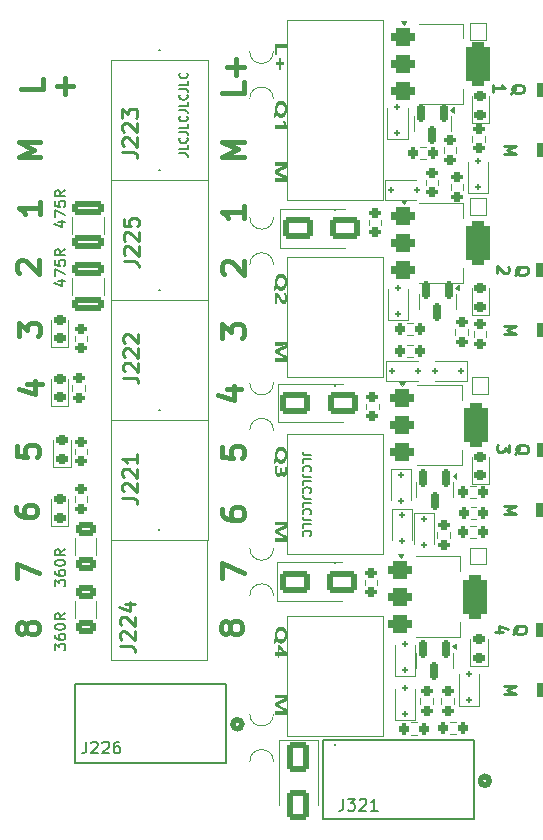
<source format=gbr>
%TF.GenerationSoftware,KiCad,Pcbnew,7.0.11*%
%TF.CreationDate,2025-09-14T18:22:29-04:00*%
%TF.ProjectId,14.1.7 - PMOS - PLC Connector Combined,31342e31-2e37-4202-9d20-504d4f53202d,rev?*%
%TF.SameCoordinates,Original*%
%TF.FileFunction,Legend,Top*%
%TF.FilePolarity,Positive*%
%FSLAX46Y46*%
G04 Gerber Fmt 4.6, Leading zero omitted, Abs format (unit mm)*
G04 Created by KiCad (PCBNEW 7.0.11) date 2025-09-14 18:22:29*
%MOMM*%
%LPD*%
G01*
G04 APERTURE LIST*
G04 Aperture macros list*
%AMRoundRect*
0 Rectangle with rounded corners*
0 $1 Rounding radius*
0 $2 $3 $4 $5 $6 $7 $8 $9 X,Y pos of 4 corners*
0 Add a 4 corners polygon primitive as box body*
4,1,4,$2,$3,$4,$5,$6,$7,$8,$9,$2,$3,0*
0 Add four circle primitives for the rounded corners*
1,1,$1+$1,$2,$3*
1,1,$1+$1,$4,$5*
1,1,$1+$1,$6,$7*
1,1,$1+$1,$8,$9*
0 Add four rect primitives between the rounded corners*
20,1,$1+$1,$2,$3,$4,$5,0*
20,1,$1+$1,$4,$5,$6,$7,0*
20,1,$1+$1,$6,$7,$8,$9,0*
20,1,$1+$1,$8,$9,$2,$3,0*%
G04 Aperture macros list end*
%ADD10C,0.457200*%
%ADD11C,0.254000*%
%ADD12C,0.177800*%
%ADD13C,0.250000*%
%ADD14C,0.150000*%
%ADD15C,0.120000*%
%ADD16C,0.100000*%
%ADD17C,0.200000*%
%ADD18C,0.152400*%
%ADD19C,0.508000*%
%ADD20RoundRect,0.200000X-0.275000X0.200000X-0.275000X-0.200000X0.275000X-0.200000X0.275000X0.200000X0*%
%ADD21RoundRect,0.125000X0.125000X-0.125000X0.125000X0.125000X-0.125000X0.125000X-0.125000X-0.125000X0*%
%ADD22C,1.950000*%
%ADD23R,1.950000X1.950000*%
%ADD24RoundRect,0.572500X-3.045750X-0.572500X3.045750X-0.572500X3.045750X0.572500X-3.045750X0.572500X0*%
%ADD25C,0.500000*%
%ADD26RoundRect,0.200000X0.275000X-0.200000X0.275000X0.200000X-0.275000X0.200000X-0.275000X-0.200000X0*%
%ADD27RoundRect,0.218750X0.256250X-0.218750X0.256250X0.218750X-0.256250X0.218750X-0.256250X-0.218750X0*%
%ADD28RoundRect,0.125000X-0.125000X0.125000X-0.125000X-0.125000X0.125000X-0.125000X0.125000X0.125000X0*%
%ADD29C,1.250000*%
%ADD30RoundRect,0.200000X0.200000X0.275000X-0.200000X0.275000X-0.200000X-0.275000X0.200000X-0.275000X0*%
%ADD31RoundRect,0.250000X-0.650000X1.000000X-0.650000X-1.000000X0.650000X-1.000000X0.650000X1.000000X0*%
%ADD32RoundRect,0.150000X-0.150000X0.587500X-0.150000X-0.587500X0.150000X-0.587500X0.150000X0.587500X0*%
%ADD33RoundRect,0.200000X-0.200000X-0.275000X0.200000X-0.275000X0.200000X0.275000X-0.200000X0.275000X0*%
%ADD34RoundRect,0.375000X-0.625000X-0.375000X0.625000X-0.375000X0.625000X0.375000X-0.625000X0.375000X0*%
%ADD35RoundRect,0.500000X-0.500000X-1.400000X0.500000X-1.400000X0.500000X1.400000X-0.500000X1.400000X0*%
%ADD36RoundRect,0.250000X-1.000000X-0.650000X1.000000X-0.650000X1.000000X0.650000X-1.000000X0.650000X0*%
%ADD37RoundRect,0.125000X-0.125000X-0.125000X0.125000X-0.125000X0.125000X0.125000X-0.125000X0.125000X0*%
%ADD38RoundRect,0.250000X1.075000X-0.312500X1.075000X0.312500X-1.075000X0.312500X-1.075000X-0.312500X0*%
%ADD39RoundRect,0.250000X0.625000X-0.312500X0.625000X0.312500X-0.625000X0.312500X-0.625000X-0.312500X0*%
%ADD40C,1.498600*%
%ADD41RoundRect,0.125000X0.125000X0.125000X-0.125000X0.125000X-0.125000X-0.125000X0.125000X-0.125000X0*%
G04 APERTURE END LIST*
D10*
X80596614Y-102491571D02*
X80596614Y-103362428D01*
X80596614Y-103362428D02*
X81467471Y-103449514D01*
X81467471Y-103449514D02*
X81380386Y-103362428D01*
X81380386Y-103362428D02*
X81293300Y-103188257D01*
X81293300Y-103188257D02*
X81293300Y-102752828D01*
X81293300Y-102752828D02*
X81380386Y-102578657D01*
X81380386Y-102578657D02*
X81467471Y-102491571D01*
X81467471Y-102491571D02*
X81641643Y-102404485D01*
X81641643Y-102404485D02*
X82077071Y-102404485D01*
X82077071Y-102404485D02*
X82251243Y-102491571D01*
X82251243Y-102491571D02*
X82338329Y-102578657D01*
X82338329Y-102578657D02*
X82425414Y-102752828D01*
X82425414Y-102752828D02*
X82425414Y-103188257D01*
X82425414Y-103188257D02*
X82338329Y-103362428D01*
X82338329Y-103362428D02*
X82251243Y-103449514D01*
X81380386Y-118087171D02*
X81293300Y-118261342D01*
X81293300Y-118261342D02*
X81206214Y-118348428D01*
X81206214Y-118348428D02*
X81032043Y-118435514D01*
X81032043Y-118435514D02*
X80944957Y-118435514D01*
X80944957Y-118435514D02*
X80770786Y-118348428D01*
X80770786Y-118348428D02*
X80683700Y-118261342D01*
X80683700Y-118261342D02*
X80596614Y-118087171D01*
X80596614Y-118087171D02*
X80596614Y-117738828D01*
X80596614Y-117738828D02*
X80683700Y-117564657D01*
X80683700Y-117564657D02*
X80770786Y-117477571D01*
X80770786Y-117477571D02*
X80944957Y-117390485D01*
X80944957Y-117390485D02*
X81032043Y-117390485D01*
X81032043Y-117390485D02*
X81206214Y-117477571D01*
X81206214Y-117477571D02*
X81293300Y-117564657D01*
X81293300Y-117564657D02*
X81380386Y-117738828D01*
X81380386Y-117738828D02*
X81380386Y-118087171D01*
X81380386Y-118087171D02*
X81467471Y-118261342D01*
X81467471Y-118261342D02*
X81554557Y-118348428D01*
X81554557Y-118348428D02*
X81728729Y-118435514D01*
X81728729Y-118435514D02*
X82077071Y-118435514D01*
X82077071Y-118435514D02*
X82251243Y-118348428D01*
X82251243Y-118348428D02*
X82338329Y-118261342D01*
X82338329Y-118261342D02*
X82425414Y-118087171D01*
X82425414Y-118087171D02*
X82425414Y-117738828D01*
X82425414Y-117738828D02*
X82338329Y-117564657D01*
X82338329Y-117564657D02*
X82251243Y-117477571D01*
X82251243Y-117477571D02*
X82077071Y-117390485D01*
X82077071Y-117390485D02*
X81728729Y-117390485D01*
X81728729Y-117390485D02*
X81554557Y-117477571D01*
X81554557Y-117477571D02*
X81467471Y-117564657D01*
X81467471Y-117564657D02*
X81380386Y-117738828D01*
D11*
X121797547Y-122789009D02*
X122813547Y-122789009D01*
X122813547Y-122789009D02*
X122087832Y-123127676D01*
X122087832Y-123127676D02*
X122813547Y-123466343D01*
X122813547Y-123466343D02*
X121797547Y-123466343D01*
D10*
X98143036Y-87916738D02*
X98055950Y-87829652D01*
X98055950Y-87829652D02*
X97968864Y-87655481D01*
X97968864Y-87655481D02*
X97968864Y-87220052D01*
X97968864Y-87220052D02*
X98055950Y-87045881D01*
X98055950Y-87045881D02*
X98143036Y-86958795D01*
X98143036Y-86958795D02*
X98317207Y-86871709D01*
X98317207Y-86871709D02*
X98491379Y-86871709D01*
X98491379Y-86871709D02*
X98752636Y-86958795D01*
X98752636Y-86958795D02*
X99797664Y-88003823D01*
X99797664Y-88003823D02*
X99797664Y-86871709D01*
X82752414Y-71433942D02*
X82752414Y-72304799D01*
X82752414Y-72304799D02*
X80923614Y-72304799D01*
X81460214Y-97244657D02*
X82679414Y-97244657D01*
X80763529Y-97680085D02*
X82069814Y-98115514D01*
X82069814Y-98115514D02*
X82069814Y-96983399D01*
D11*
X122606545Y-118456343D02*
X122654926Y-118359581D01*
X122654926Y-118359581D02*
X122751688Y-118262819D01*
X122751688Y-118262819D02*
X122896830Y-118117676D01*
X122896830Y-118117676D02*
X122945211Y-118020914D01*
X122945211Y-118020914D02*
X122945211Y-117924152D01*
X122703307Y-117972533D02*
X122751688Y-117875771D01*
X122751688Y-117875771D02*
X122848449Y-117779009D01*
X122848449Y-117779009D02*
X123041973Y-117730628D01*
X123041973Y-117730628D02*
X123380640Y-117730628D01*
X123380640Y-117730628D02*
X123574164Y-117779009D01*
X123574164Y-117779009D02*
X123670926Y-117875771D01*
X123670926Y-117875771D02*
X123719307Y-117972533D01*
X123719307Y-117972533D02*
X123719307Y-118166057D01*
X123719307Y-118166057D02*
X123670926Y-118262819D01*
X123670926Y-118262819D02*
X123574164Y-118359581D01*
X123574164Y-118359581D02*
X123380640Y-118407962D01*
X123380640Y-118407962D02*
X123041973Y-118407962D01*
X123041973Y-118407962D02*
X122848449Y-118359581D01*
X122848449Y-118359581D02*
X122751688Y-118262819D01*
X122751688Y-118262819D02*
X122703307Y-118166057D01*
X122703307Y-118166057D02*
X122703307Y-117972533D01*
X121744880Y-118214438D02*
X121067547Y-118214438D01*
X122131928Y-117972533D02*
X121406213Y-117730628D01*
X121406213Y-117730628D02*
X121406213Y-118359581D01*
D10*
X97968864Y-113657823D02*
X97968864Y-112438623D01*
X97968864Y-112438623D02*
X99797664Y-113222395D01*
X82552414Y-78009599D02*
X80723614Y-78009599D01*
X80723614Y-78009599D02*
X82029900Y-77399999D01*
X82029900Y-77399999D02*
X80723614Y-76790399D01*
X80723614Y-76790399D02*
X82552414Y-76790399D01*
D12*
X84089291Y-88521833D02*
X84681958Y-88521833D01*
X83750625Y-88733500D02*
X84385625Y-88945166D01*
X84385625Y-88945166D02*
X84385625Y-88394833D01*
X83792958Y-88140833D02*
X83792958Y-87548166D01*
X83792958Y-87548166D02*
X84681958Y-87929166D01*
X83792958Y-86786166D02*
X83792958Y-87209499D01*
X83792958Y-87209499D02*
X84216291Y-87251832D01*
X84216291Y-87251832D02*
X84173958Y-87209499D01*
X84173958Y-87209499D02*
X84131625Y-87124832D01*
X84131625Y-87124832D02*
X84131625Y-86913166D01*
X84131625Y-86913166D02*
X84173958Y-86828499D01*
X84173958Y-86828499D02*
X84216291Y-86786166D01*
X84216291Y-86786166D02*
X84300958Y-86743832D01*
X84300958Y-86743832D02*
X84512625Y-86743832D01*
X84512625Y-86743832D02*
X84597291Y-86786166D01*
X84597291Y-86786166D02*
X84639625Y-86828499D01*
X84639625Y-86828499D02*
X84681958Y-86913166D01*
X84681958Y-86913166D02*
X84681958Y-87124832D01*
X84681958Y-87124832D02*
X84639625Y-87209499D01*
X84639625Y-87209499D02*
X84597291Y-87251832D01*
X84681958Y-85854832D02*
X84258625Y-86151165D01*
X84681958Y-86362832D02*
X83792958Y-86362832D01*
X83792958Y-86362832D02*
X83792958Y-86024165D01*
X83792958Y-86024165D02*
X83835291Y-85939499D01*
X83835291Y-85939499D02*
X83877625Y-85897165D01*
X83877625Y-85897165D02*
X83962291Y-85854832D01*
X83962291Y-85854832D02*
X84089291Y-85854832D01*
X84089291Y-85854832D02*
X84173958Y-85897165D01*
X84173958Y-85897165D02*
X84216291Y-85939499D01*
X84216291Y-85939499D02*
X84258625Y-86024165D01*
X84258625Y-86024165D02*
X84258625Y-86362832D01*
D10*
X80723614Y-93209599D02*
X80723614Y-92077485D01*
X80723614Y-92077485D02*
X81420300Y-92687085D01*
X81420300Y-92687085D02*
X81420300Y-92425828D01*
X81420300Y-92425828D02*
X81507386Y-92251657D01*
X81507386Y-92251657D02*
X81594471Y-92164571D01*
X81594471Y-92164571D02*
X81768643Y-92077485D01*
X81768643Y-92077485D02*
X82204071Y-92077485D01*
X82204071Y-92077485D02*
X82378243Y-92164571D01*
X82378243Y-92164571D02*
X82465329Y-92251657D01*
X82465329Y-92251657D02*
X82552414Y-92425828D01*
X82552414Y-92425828D02*
X82552414Y-92948342D01*
X82552414Y-92948342D02*
X82465329Y-93122514D01*
X82465329Y-93122514D02*
X82378243Y-93209599D01*
D11*
X121797547Y-92339009D02*
X122813547Y-92339009D01*
X122813547Y-92339009D02*
X122087832Y-92677676D01*
X122087832Y-92677676D02*
X122813547Y-93016343D01*
X122813547Y-93016343D02*
X121797547Y-93016343D01*
D12*
X94319818Y-77725290D02*
X94827818Y-77725290D01*
X94827818Y-77725290D02*
X94929418Y-77759157D01*
X94929418Y-77759157D02*
X94997152Y-77826890D01*
X94997152Y-77826890D02*
X95031018Y-77928490D01*
X95031018Y-77928490D02*
X95031018Y-77996224D01*
X95031018Y-77047957D02*
X95031018Y-77386623D01*
X95031018Y-77386623D02*
X94319818Y-77386623D01*
X94963285Y-76404490D02*
X94997152Y-76438357D01*
X94997152Y-76438357D02*
X95031018Y-76539957D01*
X95031018Y-76539957D02*
X95031018Y-76607690D01*
X95031018Y-76607690D02*
X94997152Y-76709290D01*
X94997152Y-76709290D02*
X94929418Y-76777024D01*
X94929418Y-76777024D02*
X94861685Y-76810890D01*
X94861685Y-76810890D02*
X94726218Y-76844757D01*
X94726218Y-76844757D02*
X94624618Y-76844757D01*
X94624618Y-76844757D02*
X94489152Y-76810890D01*
X94489152Y-76810890D02*
X94421418Y-76777024D01*
X94421418Y-76777024D02*
X94353685Y-76709290D01*
X94353685Y-76709290D02*
X94319818Y-76607690D01*
X94319818Y-76607690D02*
X94319818Y-76539957D01*
X94319818Y-76539957D02*
X94353685Y-76438357D01*
X94353685Y-76438357D02*
X94387552Y-76404490D01*
X94319818Y-75896490D02*
X94827818Y-75896490D01*
X94827818Y-75896490D02*
X94929418Y-75930357D01*
X94929418Y-75930357D02*
X94997152Y-75998090D01*
X94997152Y-75998090D02*
X95031018Y-76099690D01*
X95031018Y-76099690D02*
X95031018Y-76167424D01*
X95031018Y-75219157D02*
X95031018Y-75557823D01*
X95031018Y-75557823D02*
X94319818Y-75557823D01*
X94963285Y-74575690D02*
X94997152Y-74609557D01*
X94997152Y-74609557D02*
X95031018Y-74711157D01*
X95031018Y-74711157D02*
X95031018Y-74778890D01*
X95031018Y-74778890D02*
X94997152Y-74880490D01*
X94997152Y-74880490D02*
X94929418Y-74948224D01*
X94929418Y-74948224D02*
X94861685Y-74982090D01*
X94861685Y-74982090D02*
X94726218Y-75015957D01*
X94726218Y-75015957D02*
X94624618Y-75015957D01*
X94624618Y-75015957D02*
X94489152Y-74982090D01*
X94489152Y-74982090D02*
X94421418Y-74948224D01*
X94421418Y-74948224D02*
X94353685Y-74880490D01*
X94353685Y-74880490D02*
X94319818Y-74778890D01*
X94319818Y-74778890D02*
X94319818Y-74711157D01*
X94319818Y-74711157D02*
X94353685Y-74609557D01*
X94353685Y-74609557D02*
X94387552Y-74575690D01*
X94319818Y-74067690D02*
X94827818Y-74067690D01*
X94827818Y-74067690D02*
X94929418Y-74101557D01*
X94929418Y-74101557D02*
X94997152Y-74169290D01*
X94997152Y-74169290D02*
X95031018Y-74270890D01*
X95031018Y-74270890D02*
X95031018Y-74338624D01*
X95031018Y-73390357D02*
X95031018Y-73729023D01*
X95031018Y-73729023D02*
X94319818Y-73729023D01*
X94963285Y-72746890D02*
X94997152Y-72780757D01*
X94997152Y-72780757D02*
X95031018Y-72882357D01*
X95031018Y-72882357D02*
X95031018Y-72950090D01*
X95031018Y-72950090D02*
X94997152Y-73051690D01*
X94997152Y-73051690D02*
X94929418Y-73119424D01*
X94929418Y-73119424D02*
X94861685Y-73153290D01*
X94861685Y-73153290D02*
X94726218Y-73187157D01*
X94726218Y-73187157D02*
X94624618Y-73187157D01*
X94624618Y-73187157D02*
X94489152Y-73153290D01*
X94489152Y-73153290D02*
X94421418Y-73119424D01*
X94421418Y-73119424D02*
X94353685Y-73051690D01*
X94353685Y-73051690D02*
X94319818Y-72950090D01*
X94319818Y-72950090D02*
X94319818Y-72882357D01*
X94319818Y-72882357D02*
X94353685Y-72780757D01*
X94353685Y-72780757D02*
X94387552Y-72746890D01*
X94319818Y-72238890D02*
X94827818Y-72238890D01*
X94827818Y-72238890D02*
X94929418Y-72272757D01*
X94929418Y-72272757D02*
X94997152Y-72340490D01*
X94997152Y-72340490D02*
X95031018Y-72442090D01*
X95031018Y-72442090D02*
X95031018Y-72509824D01*
X95031018Y-71561557D02*
X95031018Y-71900223D01*
X95031018Y-71900223D02*
X94319818Y-71900223D01*
X94963285Y-70918090D02*
X94997152Y-70951957D01*
X94997152Y-70951957D02*
X95031018Y-71053557D01*
X95031018Y-71053557D02*
X95031018Y-71121290D01*
X95031018Y-71121290D02*
X94997152Y-71222890D01*
X94997152Y-71222890D02*
X94929418Y-71290624D01*
X94929418Y-71290624D02*
X94861685Y-71324490D01*
X94861685Y-71324490D02*
X94726218Y-71358357D01*
X94726218Y-71358357D02*
X94624618Y-71358357D01*
X94624618Y-71358357D02*
X94489152Y-71324490D01*
X94489152Y-71324490D02*
X94421418Y-71290624D01*
X94421418Y-71290624D02*
X94353685Y-71222890D01*
X94353685Y-71222890D02*
X94319818Y-71121290D01*
X94319818Y-71121290D02*
X94319818Y-71053557D01*
X94319818Y-71053557D02*
X94353685Y-70951957D01*
X94353685Y-70951957D02*
X94387552Y-70918090D01*
D11*
X121797547Y-77109009D02*
X122813547Y-77109009D01*
X122813547Y-77109009D02*
X122087832Y-77447676D01*
X122087832Y-77447676D02*
X122813547Y-77786343D01*
X122813547Y-77786343D02*
X121797547Y-77786343D01*
X122746545Y-88036343D02*
X122794926Y-87939581D01*
X122794926Y-87939581D02*
X122891688Y-87842819D01*
X122891688Y-87842819D02*
X123036830Y-87697676D01*
X123036830Y-87697676D02*
X123085211Y-87600914D01*
X123085211Y-87600914D02*
X123085211Y-87504152D01*
X122843307Y-87552533D02*
X122891688Y-87455771D01*
X122891688Y-87455771D02*
X122988449Y-87359009D01*
X122988449Y-87359009D02*
X123181973Y-87310628D01*
X123181973Y-87310628D02*
X123520640Y-87310628D01*
X123520640Y-87310628D02*
X123714164Y-87359009D01*
X123714164Y-87359009D02*
X123810926Y-87455771D01*
X123810926Y-87455771D02*
X123859307Y-87552533D01*
X123859307Y-87552533D02*
X123859307Y-87746057D01*
X123859307Y-87746057D02*
X123810926Y-87842819D01*
X123810926Y-87842819D02*
X123714164Y-87939581D01*
X123714164Y-87939581D02*
X123520640Y-87987962D01*
X123520640Y-87987962D02*
X123181973Y-87987962D01*
X123181973Y-87987962D02*
X122988449Y-87939581D01*
X122988449Y-87939581D02*
X122891688Y-87842819D01*
X122891688Y-87842819D02*
X122843307Y-87746057D01*
X122843307Y-87746057D02*
X122843307Y-87552533D01*
X122126785Y-87310628D02*
X122175166Y-87359009D01*
X122175166Y-87359009D02*
X122223547Y-87455771D01*
X122223547Y-87455771D02*
X122223547Y-87697676D01*
X122223547Y-87697676D02*
X122175166Y-87794438D01*
X122175166Y-87794438D02*
X122126785Y-87842819D01*
X122126785Y-87842819D02*
X122030023Y-87891200D01*
X122030023Y-87891200D02*
X121933261Y-87891200D01*
X121933261Y-87891200D02*
X121788118Y-87842819D01*
X121788118Y-87842819D02*
X121207547Y-87262247D01*
X121207547Y-87262247D02*
X121207547Y-87891200D01*
D10*
X80469614Y-107658657D02*
X80469614Y-108006999D01*
X80469614Y-108006999D02*
X80556700Y-108181171D01*
X80556700Y-108181171D02*
X80643786Y-108268257D01*
X80643786Y-108268257D02*
X80905043Y-108442428D01*
X80905043Y-108442428D02*
X81253386Y-108529514D01*
X81253386Y-108529514D02*
X81950071Y-108529514D01*
X81950071Y-108529514D02*
X82124243Y-108442428D01*
X82124243Y-108442428D02*
X82211329Y-108355342D01*
X82211329Y-108355342D02*
X82298414Y-108181171D01*
X82298414Y-108181171D02*
X82298414Y-107832828D01*
X82298414Y-107832828D02*
X82211329Y-107658657D01*
X82211329Y-107658657D02*
X82124243Y-107571571D01*
X82124243Y-107571571D02*
X81950071Y-107484485D01*
X81950071Y-107484485D02*
X81514643Y-107484485D01*
X81514643Y-107484485D02*
X81340471Y-107571571D01*
X81340471Y-107571571D02*
X81253386Y-107658657D01*
X81253386Y-107658657D02*
X81166300Y-107832828D01*
X81166300Y-107832828D02*
X81166300Y-108181171D01*
X81166300Y-108181171D02*
X81253386Y-108355342D01*
X81253386Y-108355342D02*
X81340471Y-108442428D01*
X81340471Y-108442428D02*
X81514643Y-108529514D01*
D11*
X122776545Y-103156343D02*
X122824926Y-103059581D01*
X122824926Y-103059581D02*
X122921688Y-102962819D01*
X122921688Y-102962819D02*
X123066830Y-102817676D01*
X123066830Y-102817676D02*
X123115211Y-102720914D01*
X123115211Y-102720914D02*
X123115211Y-102624152D01*
X122873307Y-102672533D02*
X122921688Y-102575771D01*
X122921688Y-102575771D02*
X123018449Y-102479009D01*
X123018449Y-102479009D02*
X123211973Y-102430628D01*
X123211973Y-102430628D02*
X123550640Y-102430628D01*
X123550640Y-102430628D02*
X123744164Y-102479009D01*
X123744164Y-102479009D02*
X123840926Y-102575771D01*
X123840926Y-102575771D02*
X123889307Y-102672533D01*
X123889307Y-102672533D02*
X123889307Y-102866057D01*
X123889307Y-102866057D02*
X123840926Y-102962819D01*
X123840926Y-102962819D02*
X123744164Y-103059581D01*
X123744164Y-103059581D02*
X123550640Y-103107962D01*
X123550640Y-103107962D02*
X123211973Y-103107962D01*
X123211973Y-103107962D02*
X123018449Y-103059581D01*
X123018449Y-103059581D02*
X122921688Y-102962819D01*
X122921688Y-102962819D02*
X122873307Y-102866057D01*
X122873307Y-102866057D02*
X122873307Y-102672533D01*
X122253547Y-102382247D02*
X122253547Y-103011200D01*
X122253547Y-103011200D02*
X121866499Y-102672533D01*
X121866499Y-102672533D02*
X121866499Y-102817676D01*
X121866499Y-102817676D02*
X121818118Y-102914438D01*
X121818118Y-102914438D02*
X121769737Y-102962819D01*
X121769737Y-102962819D02*
X121672975Y-103011200D01*
X121672975Y-103011200D02*
X121431070Y-103011200D01*
X121431070Y-103011200D02*
X121334308Y-102962819D01*
X121334308Y-102962819D02*
X121285928Y-102914438D01*
X121285928Y-102914438D02*
X121237547Y-102817676D01*
X121237547Y-102817676D02*
X121237547Y-102527390D01*
X121237547Y-102527390D02*
X121285928Y-102430628D01*
X121285928Y-102430628D02*
X121334308Y-102382247D01*
D12*
X84089291Y-83521833D02*
X84681958Y-83521833D01*
X83750625Y-83733500D02*
X84385625Y-83945166D01*
X84385625Y-83945166D02*
X84385625Y-83394833D01*
X83792958Y-83140833D02*
X83792958Y-82548166D01*
X83792958Y-82548166D02*
X84681958Y-82929166D01*
X83792958Y-81786166D02*
X83792958Y-82209499D01*
X83792958Y-82209499D02*
X84216291Y-82251832D01*
X84216291Y-82251832D02*
X84173958Y-82209499D01*
X84173958Y-82209499D02*
X84131625Y-82124832D01*
X84131625Y-82124832D02*
X84131625Y-81913166D01*
X84131625Y-81913166D02*
X84173958Y-81828499D01*
X84173958Y-81828499D02*
X84216291Y-81786166D01*
X84216291Y-81786166D02*
X84300958Y-81743832D01*
X84300958Y-81743832D02*
X84512625Y-81743832D01*
X84512625Y-81743832D02*
X84597291Y-81786166D01*
X84597291Y-81786166D02*
X84639625Y-81828499D01*
X84639625Y-81828499D02*
X84681958Y-81913166D01*
X84681958Y-81913166D02*
X84681958Y-82124832D01*
X84681958Y-82124832D02*
X84639625Y-82209499D01*
X84639625Y-82209499D02*
X84597291Y-82251832D01*
X84681958Y-80854832D02*
X84258625Y-81151165D01*
X84681958Y-81362832D02*
X83792958Y-81362832D01*
X83792958Y-81362832D02*
X83792958Y-81024165D01*
X83792958Y-81024165D02*
X83835291Y-80939499D01*
X83835291Y-80939499D02*
X83877625Y-80897165D01*
X83877625Y-80897165D02*
X83962291Y-80854832D01*
X83962291Y-80854832D02*
X84089291Y-80854832D01*
X84089291Y-80854832D02*
X84173958Y-80897165D01*
X84173958Y-80897165D02*
X84216291Y-80939499D01*
X84216291Y-80939499D02*
X84258625Y-81024165D01*
X84258625Y-81024165D02*
X84258625Y-81362832D01*
D11*
X122436545Y-72656343D02*
X122484926Y-72559581D01*
X122484926Y-72559581D02*
X122581688Y-72462819D01*
X122581688Y-72462819D02*
X122726830Y-72317676D01*
X122726830Y-72317676D02*
X122775211Y-72220914D01*
X122775211Y-72220914D02*
X122775211Y-72124152D01*
X122533307Y-72172533D02*
X122581688Y-72075771D01*
X122581688Y-72075771D02*
X122678449Y-71979009D01*
X122678449Y-71979009D02*
X122871973Y-71930628D01*
X122871973Y-71930628D02*
X123210640Y-71930628D01*
X123210640Y-71930628D02*
X123404164Y-71979009D01*
X123404164Y-71979009D02*
X123500926Y-72075771D01*
X123500926Y-72075771D02*
X123549307Y-72172533D01*
X123549307Y-72172533D02*
X123549307Y-72366057D01*
X123549307Y-72366057D02*
X123500926Y-72462819D01*
X123500926Y-72462819D02*
X123404164Y-72559581D01*
X123404164Y-72559581D02*
X123210640Y-72607962D01*
X123210640Y-72607962D02*
X122871973Y-72607962D01*
X122871973Y-72607962D02*
X122678449Y-72559581D01*
X122678449Y-72559581D02*
X122581688Y-72462819D01*
X122581688Y-72462819D02*
X122533307Y-72366057D01*
X122533307Y-72366057D02*
X122533307Y-72172533D01*
X120897547Y-72511200D02*
X120897547Y-71930628D01*
X120897547Y-72220914D02*
X121913547Y-72220914D01*
X121913547Y-72220914D02*
X121768404Y-72124152D01*
X121768404Y-72124152D02*
X121671642Y-72027390D01*
X121671642Y-72027390D02*
X121623261Y-71930628D01*
D10*
X80770786Y-87828514D02*
X80683700Y-87741428D01*
X80683700Y-87741428D02*
X80596614Y-87567257D01*
X80596614Y-87567257D02*
X80596614Y-87131828D01*
X80596614Y-87131828D02*
X80683700Y-86957657D01*
X80683700Y-86957657D02*
X80770786Y-86870571D01*
X80770786Y-86870571D02*
X80944957Y-86783485D01*
X80944957Y-86783485D02*
X81119129Y-86783485D01*
X81119129Y-86783485D02*
X81380386Y-86870571D01*
X81380386Y-86870571D02*
X82425414Y-87915599D01*
X82425414Y-87915599D02*
X82425414Y-86783485D01*
D12*
X83792958Y-119787500D02*
X83792958Y-119237166D01*
X83792958Y-119237166D02*
X84131625Y-119533500D01*
X84131625Y-119533500D02*
X84131625Y-119406500D01*
X84131625Y-119406500D02*
X84173958Y-119321833D01*
X84173958Y-119321833D02*
X84216291Y-119279500D01*
X84216291Y-119279500D02*
X84300958Y-119237166D01*
X84300958Y-119237166D02*
X84512625Y-119237166D01*
X84512625Y-119237166D02*
X84597291Y-119279500D01*
X84597291Y-119279500D02*
X84639625Y-119321833D01*
X84639625Y-119321833D02*
X84681958Y-119406500D01*
X84681958Y-119406500D02*
X84681958Y-119660500D01*
X84681958Y-119660500D02*
X84639625Y-119745166D01*
X84639625Y-119745166D02*
X84597291Y-119787500D01*
X83792958Y-118475166D02*
X83792958Y-118644499D01*
X83792958Y-118644499D02*
X83835291Y-118729166D01*
X83835291Y-118729166D02*
X83877625Y-118771499D01*
X83877625Y-118771499D02*
X84004625Y-118856166D01*
X84004625Y-118856166D02*
X84173958Y-118898499D01*
X84173958Y-118898499D02*
X84512625Y-118898499D01*
X84512625Y-118898499D02*
X84597291Y-118856166D01*
X84597291Y-118856166D02*
X84639625Y-118813833D01*
X84639625Y-118813833D02*
X84681958Y-118729166D01*
X84681958Y-118729166D02*
X84681958Y-118559833D01*
X84681958Y-118559833D02*
X84639625Y-118475166D01*
X84639625Y-118475166D02*
X84597291Y-118432833D01*
X84597291Y-118432833D02*
X84512625Y-118390499D01*
X84512625Y-118390499D02*
X84300958Y-118390499D01*
X84300958Y-118390499D02*
X84216291Y-118432833D01*
X84216291Y-118432833D02*
X84173958Y-118475166D01*
X84173958Y-118475166D02*
X84131625Y-118559833D01*
X84131625Y-118559833D02*
X84131625Y-118729166D01*
X84131625Y-118729166D02*
X84173958Y-118813833D01*
X84173958Y-118813833D02*
X84216291Y-118856166D01*
X84216291Y-118856166D02*
X84300958Y-118898499D01*
X83792958Y-117840166D02*
X83792958Y-117755499D01*
X83792958Y-117755499D02*
X83835291Y-117670832D01*
X83835291Y-117670832D02*
X83877625Y-117628499D01*
X83877625Y-117628499D02*
X83962291Y-117586166D01*
X83962291Y-117586166D02*
X84131625Y-117543832D01*
X84131625Y-117543832D02*
X84343291Y-117543832D01*
X84343291Y-117543832D02*
X84512625Y-117586166D01*
X84512625Y-117586166D02*
X84597291Y-117628499D01*
X84597291Y-117628499D02*
X84639625Y-117670832D01*
X84639625Y-117670832D02*
X84681958Y-117755499D01*
X84681958Y-117755499D02*
X84681958Y-117840166D01*
X84681958Y-117840166D02*
X84639625Y-117924832D01*
X84639625Y-117924832D02*
X84597291Y-117967166D01*
X84597291Y-117967166D02*
X84512625Y-118009499D01*
X84512625Y-118009499D02*
X84343291Y-118051832D01*
X84343291Y-118051832D02*
X84131625Y-118051832D01*
X84131625Y-118051832D02*
X83962291Y-118009499D01*
X83962291Y-118009499D02*
X83877625Y-117967166D01*
X83877625Y-117967166D02*
X83835291Y-117924832D01*
X83835291Y-117924832D02*
X83792958Y-117840166D01*
X84681958Y-116654832D02*
X84258625Y-116951165D01*
X84681958Y-117162832D02*
X83792958Y-117162832D01*
X83792958Y-117162832D02*
X83792958Y-116824165D01*
X83792958Y-116824165D02*
X83835291Y-116739499D01*
X83835291Y-116739499D02*
X83877625Y-116697165D01*
X83877625Y-116697165D02*
X83962291Y-116654832D01*
X83962291Y-116654832D02*
X84089291Y-116654832D01*
X84089291Y-116654832D02*
X84173958Y-116697165D01*
X84173958Y-116697165D02*
X84216291Y-116739499D01*
X84216291Y-116739499D02*
X84258625Y-116824165D01*
X84258625Y-116824165D02*
X84258625Y-117162832D01*
X105471431Y-103294933D02*
X104963431Y-103294933D01*
X104963431Y-103294933D02*
X104861831Y-103261066D01*
X104861831Y-103261066D02*
X104794098Y-103193333D01*
X104794098Y-103193333D02*
X104760231Y-103091733D01*
X104760231Y-103091733D02*
X104760231Y-103024000D01*
X104760231Y-103972267D02*
X104760231Y-103633600D01*
X104760231Y-103633600D02*
X105471431Y-103633600D01*
X104827964Y-104615733D02*
X104794098Y-104581866D01*
X104794098Y-104581866D02*
X104760231Y-104480266D01*
X104760231Y-104480266D02*
X104760231Y-104412533D01*
X104760231Y-104412533D02*
X104794098Y-104310933D01*
X104794098Y-104310933D02*
X104861831Y-104243200D01*
X104861831Y-104243200D02*
X104929564Y-104209333D01*
X104929564Y-104209333D02*
X105065031Y-104175466D01*
X105065031Y-104175466D02*
X105166631Y-104175466D01*
X105166631Y-104175466D02*
X105302098Y-104209333D01*
X105302098Y-104209333D02*
X105369831Y-104243200D01*
X105369831Y-104243200D02*
X105437564Y-104310933D01*
X105437564Y-104310933D02*
X105471431Y-104412533D01*
X105471431Y-104412533D02*
X105471431Y-104480266D01*
X105471431Y-104480266D02*
X105437564Y-104581866D01*
X105437564Y-104581866D02*
X105403698Y-104615733D01*
X105471431Y-105123733D02*
X104963431Y-105123733D01*
X104963431Y-105123733D02*
X104861831Y-105089866D01*
X104861831Y-105089866D02*
X104794098Y-105022133D01*
X104794098Y-105022133D02*
X104760231Y-104920533D01*
X104760231Y-104920533D02*
X104760231Y-104852800D01*
X104760231Y-105801067D02*
X104760231Y-105462400D01*
X104760231Y-105462400D02*
X105471431Y-105462400D01*
X104827964Y-106444533D02*
X104794098Y-106410666D01*
X104794098Y-106410666D02*
X104760231Y-106309066D01*
X104760231Y-106309066D02*
X104760231Y-106241333D01*
X104760231Y-106241333D02*
X104794098Y-106139733D01*
X104794098Y-106139733D02*
X104861831Y-106072000D01*
X104861831Y-106072000D02*
X104929564Y-106038133D01*
X104929564Y-106038133D02*
X105065031Y-106004266D01*
X105065031Y-106004266D02*
X105166631Y-106004266D01*
X105166631Y-106004266D02*
X105302098Y-106038133D01*
X105302098Y-106038133D02*
X105369831Y-106072000D01*
X105369831Y-106072000D02*
X105437564Y-106139733D01*
X105437564Y-106139733D02*
X105471431Y-106241333D01*
X105471431Y-106241333D02*
X105471431Y-106309066D01*
X105471431Y-106309066D02*
X105437564Y-106410666D01*
X105437564Y-106410666D02*
X105403698Y-106444533D01*
X105471431Y-106952533D02*
X104963431Y-106952533D01*
X104963431Y-106952533D02*
X104861831Y-106918666D01*
X104861831Y-106918666D02*
X104794098Y-106850933D01*
X104794098Y-106850933D02*
X104760231Y-106749333D01*
X104760231Y-106749333D02*
X104760231Y-106681600D01*
X104760231Y-107629867D02*
X104760231Y-107291200D01*
X104760231Y-107291200D02*
X105471431Y-107291200D01*
X104827964Y-108273333D02*
X104794098Y-108239466D01*
X104794098Y-108239466D02*
X104760231Y-108137866D01*
X104760231Y-108137866D02*
X104760231Y-108070133D01*
X104760231Y-108070133D02*
X104794098Y-107968533D01*
X104794098Y-107968533D02*
X104861831Y-107900800D01*
X104861831Y-107900800D02*
X104929564Y-107866933D01*
X104929564Y-107866933D02*
X105065031Y-107833066D01*
X105065031Y-107833066D02*
X105166631Y-107833066D01*
X105166631Y-107833066D02*
X105302098Y-107866933D01*
X105302098Y-107866933D02*
X105369831Y-107900800D01*
X105369831Y-107900800D02*
X105437564Y-107968533D01*
X105437564Y-107968533D02*
X105471431Y-108070133D01*
X105471431Y-108070133D02*
X105471431Y-108137866D01*
X105471431Y-108137866D02*
X105437564Y-108239466D01*
X105437564Y-108239466D02*
X105403698Y-108273333D01*
X105471431Y-108781333D02*
X104963431Y-108781333D01*
X104963431Y-108781333D02*
X104861831Y-108747466D01*
X104861831Y-108747466D02*
X104794098Y-108679733D01*
X104794098Y-108679733D02*
X104760231Y-108578133D01*
X104760231Y-108578133D02*
X104760231Y-108510400D01*
X104760231Y-109458667D02*
X104760231Y-109120000D01*
X104760231Y-109120000D02*
X105471431Y-109120000D01*
X104827964Y-110102133D02*
X104794098Y-110068266D01*
X104794098Y-110068266D02*
X104760231Y-109966666D01*
X104760231Y-109966666D02*
X104760231Y-109898933D01*
X104760231Y-109898933D02*
X104794098Y-109797333D01*
X104794098Y-109797333D02*
X104861831Y-109729600D01*
X104861831Y-109729600D02*
X104929564Y-109695733D01*
X104929564Y-109695733D02*
X105065031Y-109661866D01*
X105065031Y-109661866D02*
X105166631Y-109661866D01*
X105166631Y-109661866D02*
X105302098Y-109695733D01*
X105302098Y-109695733D02*
X105369831Y-109729600D01*
X105369831Y-109729600D02*
X105437564Y-109797333D01*
X105437564Y-109797333D02*
X105471431Y-109898933D01*
X105471431Y-109898933D02*
X105471431Y-109966666D01*
X105471431Y-109966666D02*
X105437564Y-110068266D01*
X105437564Y-110068266D02*
X105403698Y-110102133D01*
D10*
X97968864Y-93337823D02*
X97968864Y-92205709D01*
X97968864Y-92205709D02*
X98665550Y-92815309D01*
X98665550Y-92815309D02*
X98665550Y-92554052D01*
X98665550Y-92554052D02*
X98752636Y-92379881D01*
X98752636Y-92379881D02*
X98839721Y-92292795D01*
X98839721Y-92292795D02*
X99013893Y-92205709D01*
X99013893Y-92205709D02*
X99449321Y-92205709D01*
X99449321Y-92205709D02*
X99623493Y-92292795D01*
X99623493Y-92292795D02*
X99710579Y-92379881D01*
X99710579Y-92379881D02*
X99797664Y-92554052D01*
X99797664Y-92554052D02*
X99797664Y-93076566D01*
X99797664Y-93076566D02*
X99710579Y-93250738D01*
X99710579Y-93250738D02*
X99623493Y-93337823D01*
X97968864Y-102579795D02*
X97968864Y-103450652D01*
X97968864Y-103450652D02*
X98839721Y-103537738D01*
X98839721Y-103537738D02*
X98752636Y-103450652D01*
X98752636Y-103450652D02*
X98665550Y-103276481D01*
X98665550Y-103276481D02*
X98665550Y-102841052D01*
X98665550Y-102841052D02*
X98752636Y-102666881D01*
X98752636Y-102666881D02*
X98839721Y-102579795D01*
X98839721Y-102579795D02*
X99013893Y-102492709D01*
X99013893Y-102492709D02*
X99449321Y-102492709D01*
X99449321Y-102492709D02*
X99623493Y-102579795D01*
X99623493Y-102579795D02*
X99710579Y-102666881D01*
X99710579Y-102666881D02*
X99797664Y-102841052D01*
X99797664Y-102841052D02*
X99797664Y-103276481D01*
X99797664Y-103276481D02*
X99710579Y-103450652D01*
X99710579Y-103450652D02*
X99623493Y-103537738D01*
D11*
X121797547Y-107589009D02*
X122813547Y-107589009D01*
X122813547Y-107589009D02*
X122087832Y-107927676D01*
X122087832Y-107927676D02*
X122813547Y-108266343D01*
X122813547Y-108266343D02*
X121797547Y-108266343D01*
D10*
X97968864Y-107873881D02*
X97968864Y-108222223D01*
X97968864Y-108222223D02*
X98055950Y-108396395D01*
X98055950Y-108396395D02*
X98143036Y-108483481D01*
X98143036Y-108483481D02*
X98404293Y-108657652D01*
X98404293Y-108657652D02*
X98752636Y-108744738D01*
X98752636Y-108744738D02*
X99449321Y-108744738D01*
X99449321Y-108744738D02*
X99623493Y-108657652D01*
X99623493Y-108657652D02*
X99710579Y-108570566D01*
X99710579Y-108570566D02*
X99797664Y-108396395D01*
X99797664Y-108396395D02*
X99797664Y-108048052D01*
X99797664Y-108048052D02*
X99710579Y-107873881D01*
X99710579Y-107873881D02*
X99623493Y-107786795D01*
X99623493Y-107786795D02*
X99449321Y-107699709D01*
X99449321Y-107699709D02*
X99013893Y-107699709D01*
X99013893Y-107699709D02*
X98839721Y-107786795D01*
X98839721Y-107786795D02*
X98752636Y-107873881D01*
X98752636Y-107873881D02*
X98665550Y-108048052D01*
X98665550Y-108048052D02*
X98665550Y-108396395D01*
X98665550Y-108396395D02*
X98752636Y-108570566D01*
X98752636Y-108570566D02*
X98839721Y-108657652D01*
X98839721Y-108657652D02*
X99013893Y-108744738D01*
X84655729Y-72696685D02*
X84655729Y-71303314D01*
X85352414Y-71999999D02*
X83959043Y-71999999D01*
X98324464Y-97713881D02*
X99543664Y-97713881D01*
X97627779Y-98149309D02*
X98934064Y-98584738D01*
X98934064Y-98584738D02*
X98934064Y-97452623D01*
X98625636Y-118048395D02*
X98538550Y-118222566D01*
X98538550Y-118222566D02*
X98451464Y-118309652D01*
X98451464Y-118309652D02*
X98277293Y-118396738D01*
X98277293Y-118396738D02*
X98190207Y-118396738D01*
X98190207Y-118396738D02*
X98016036Y-118309652D01*
X98016036Y-118309652D02*
X97928950Y-118222566D01*
X97928950Y-118222566D02*
X97841864Y-118048395D01*
X97841864Y-118048395D02*
X97841864Y-117700052D01*
X97841864Y-117700052D02*
X97928950Y-117525881D01*
X97928950Y-117525881D02*
X98016036Y-117438795D01*
X98016036Y-117438795D02*
X98190207Y-117351709D01*
X98190207Y-117351709D02*
X98277293Y-117351709D01*
X98277293Y-117351709D02*
X98451464Y-117438795D01*
X98451464Y-117438795D02*
X98538550Y-117525881D01*
X98538550Y-117525881D02*
X98625636Y-117700052D01*
X98625636Y-117700052D02*
X98625636Y-118048395D01*
X98625636Y-118048395D02*
X98712721Y-118222566D01*
X98712721Y-118222566D02*
X98799807Y-118309652D01*
X98799807Y-118309652D02*
X98973979Y-118396738D01*
X98973979Y-118396738D02*
X99322321Y-118396738D01*
X99322321Y-118396738D02*
X99496493Y-118309652D01*
X99496493Y-118309652D02*
X99583579Y-118222566D01*
X99583579Y-118222566D02*
X99670664Y-118048395D01*
X99670664Y-118048395D02*
X99670664Y-117700052D01*
X99670664Y-117700052D02*
X99583579Y-117525881D01*
X99583579Y-117525881D02*
X99496493Y-117438795D01*
X99496493Y-117438795D02*
X99322321Y-117351709D01*
X99322321Y-117351709D02*
X98973979Y-117351709D01*
X98973979Y-117351709D02*
X98799807Y-117438795D01*
X98799807Y-117438795D02*
X98712721Y-117525881D01*
X98712721Y-117525881D02*
X98625636Y-117700052D01*
X80596614Y-113696599D02*
X80596614Y-112477399D01*
X80596614Y-112477399D02*
X82425414Y-113261171D01*
X99797664Y-77994611D02*
X97968864Y-77994611D01*
X97968864Y-77994611D02*
X99275150Y-77385011D01*
X99275150Y-77385011D02*
X97968864Y-76775411D01*
X97968864Y-76775411D02*
X99797664Y-76775411D01*
X99797664Y-82172709D02*
X99797664Y-83217738D01*
X99797664Y-82695223D02*
X97968864Y-82695223D01*
X97968864Y-82695223D02*
X98230121Y-82869395D01*
X98230121Y-82869395D02*
X98404293Y-83043566D01*
X98404293Y-83043566D02*
X98491379Y-83217738D01*
X82552414Y-81830485D02*
X82552414Y-82875514D01*
X82552414Y-82352999D02*
X80723614Y-82352999D01*
X80723614Y-82352999D02*
X80984871Y-82527171D01*
X80984871Y-82527171D02*
X81159043Y-82701342D01*
X81159043Y-82701342D02*
X81246129Y-82875514D01*
D13*
G36*
X102450000Y-69358900D02*
G01*
X102450000Y-68478893D01*
X103434787Y-68478893D01*
X103434787Y-68811919D01*
X102637578Y-68811919D01*
X102637578Y-69358900D01*
X102450000Y-69358900D01*
G37*
G36*
X102778262Y-70631650D02*
G01*
X102778262Y-70234877D01*
X102512526Y-70234877D01*
X102512526Y-70026782D01*
X102778262Y-70026782D01*
X102778262Y-69627812D01*
X102918946Y-69627812D01*
X102918946Y-70026782D01*
X103184682Y-70026782D01*
X103184682Y-70234877D01*
X102918946Y-70234877D01*
X102918946Y-70631650D01*
X102778262Y-70631650D01*
G37*
G36*
X102944124Y-73259046D02*
G01*
X102958384Y-73259641D01*
X102972473Y-73260632D01*
X102986391Y-73262019D01*
X103000138Y-73263803D01*
X103013713Y-73265984D01*
X103027117Y-73268560D01*
X103040350Y-73271533D01*
X103053411Y-73274903D01*
X103066301Y-73278669D01*
X103079020Y-73282831D01*
X103091568Y-73287390D01*
X103103945Y-73292345D01*
X103116150Y-73297697D01*
X103128184Y-73303445D01*
X103140047Y-73309590D01*
X103151738Y-73316130D01*
X103163258Y-73323068D01*
X103174607Y-73330401D01*
X103185785Y-73338132D01*
X103196791Y-73346258D01*
X103207627Y-73354781D01*
X103218290Y-73363701D01*
X103228783Y-73373016D01*
X103239104Y-73382729D01*
X103249255Y-73392837D01*
X103259234Y-73403342D01*
X103269041Y-73414244D01*
X103278678Y-73425542D01*
X103288143Y-73437236D01*
X103297437Y-73449327D01*
X103306559Y-73461814D01*
X103315410Y-73474561D01*
X103323980Y-73487571D01*
X103332268Y-73500842D01*
X103340276Y-73514376D01*
X103348003Y-73528171D01*
X103355449Y-73542228D01*
X103362614Y-73556547D01*
X103369497Y-73571128D01*
X103376100Y-73585971D01*
X103382422Y-73601075D01*
X103388463Y-73616442D01*
X103394223Y-73632070D01*
X103399702Y-73647961D01*
X103404900Y-73664113D01*
X103409817Y-73680527D01*
X103414453Y-73697203D01*
X103418809Y-73714141D01*
X103422883Y-73731341D01*
X103426676Y-73748802D01*
X103430188Y-73766526D01*
X103433419Y-73784511D01*
X103436369Y-73802759D01*
X103439039Y-73821268D01*
X103441427Y-73840039D01*
X103443534Y-73859072D01*
X103445361Y-73878367D01*
X103446906Y-73897924D01*
X103448170Y-73917743D01*
X103449154Y-73937823D01*
X103449856Y-73958166D01*
X103450278Y-73978770D01*
X103450418Y-73999637D01*
X103450284Y-74019302D01*
X103449880Y-74038729D01*
X103449207Y-74057919D01*
X103448266Y-74076871D01*
X103447055Y-74095585D01*
X103445575Y-74114062D01*
X103443827Y-74132302D01*
X103441809Y-74150304D01*
X103439522Y-74168068D01*
X103436966Y-74185595D01*
X103434141Y-74202884D01*
X103431047Y-74219936D01*
X103427684Y-74236750D01*
X103424051Y-74253327D01*
X103420150Y-74269666D01*
X103415980Y-74285767D01*
X103411541Y-74301631D01*
X103406832Y-74317257D01*
X103401855Y-74332646D01*
X103396608Y-74347797D01*
X103391093Y-74362711D01*
X103385308Y-74377387D01*
X103379255Y-74391825D01*
X103372932Y-74406026D01*
X103366340Y-74419990D01*
X103359480Y-74433715D01*
X103352350Y-74447204D01*
X103344951Y-74460454D01*
X103337283Y-74473467D01*
X103329346Y-74486243D01*
X103321140Y-74498781D01*
X103312665Y-74511081D01*
X103304015Y-74523118D01*
X103295190Y-74534772D01*
X103286193Y-74546044D01*
X103277021Y-74556934D01*
X103267676Y-74567442D01*
X103258157Y-74577568D01*
X103248465Y-74587311D01*
X103238599Y-74596673D01*
X103228559Y-74605653D01*
X103218346Y-74614250D01*
X103207959Y-74622465D01*
X103197398Y-74630298D01*
X103186664Y-74637749D01*
X103175756Y-74644818D01*
X103164674Y-74651505D01*
X103153419Y-74657810D01*
X103141990Y-74663733D01*
X103130388Y-74669273D01*
X103118611Y-74674432D01*
X103106662Y-74679208D01*
X103094538Y-74683602D01*
X103082241Y-74687614D01*
X103069770Y-74691244D01*
X103057126Y-74694492D01*
X103044308Y-74697358D01*
X103031317Y-74699842D01*
X103018151Y-74701943D01*
X103004812Y-74703663D01*
X102991300Y-74705000D01*
X102977614Y-74705955D01*
X102963754Y-74706529D01*
X102949720Y-74706720D01*
X102935366Y-74706521D01*
X102921185Y-74705927D01*
X102907177Y-74704936D01*
X102893342Y-74703548D01*
X102879681Y-74701764D01*
X102866192Y-74699584D01*
X102852877Y-74697007D01*
X102839735Y-74694034D01*
X102826766Y-74690665D01*
X102813970Y-74686899D01*
X102801347Y-74682736D01*
X102788898Y-74678178D01*
X102776622Y-74673222D01*
X102764518Y-74667871D01*
X102752588Y-74662123D01*
X102740832Y-74655978D01*
X102729248Y-74649437D01*
X102717838Y-74642500D01*
X102706600Y-74635166D01*
X102695536Y-74627436D01*
X102684645Y-74619310D01*
X102673927Y-74610787D01*
X102663383Y-74601867D01*
X102653011Y-74592551D01*
X102642813Y-74582839D01*
X102632788Y-74572731D01*
X102622936Y-74562225D01*
X102613257Y-74551324D01*
X102603751Y-74540026D01*
X102594419Y-74528332D01*
X102585259Y-74516241D01*
X102576273Y-74503754D01*
X102569221Y-74493381D01*
X102566992Y-74490198D01*
X102560009Y-74479705D01*
X102558443Y-74477009D01*
X102324947Y-74850701D01*
X102324947Y-74385052D01*
X102451465Y-74189413D01*
X102448410Y-74171104D01*
X102445655Y-74152448D01*
X102443200Y-74133443D01*
X102441046Y-74114091D01*
X102439193Y-74094391D01*
X102437640Y-74074343D01*
X102436388Y-74053948D01*
X102435437Y-74033205D01*
X102434785Y-74012114D01*
X102434435Y-73990675D01*
X102434395Y-73982051D01*
X102621946Y-73982051D01*
X102622271Y-74003296D01*
X102623244Y-74023983D01*
X102624866Y-74044111D01*
X102627137Y-74063682D01*
X102630056Y-74082694D01*
X102633624Y-74101148D01*
X102637841Y-74119044D01*
X102642707Y-74136382D01*
X102648222Y-74153162D01*
X102654385Y-74169383D01*
X102661197Y-74185047D01*
X102668658Y-74200152D01*
X102676768Y-74214700D01*
X102685526Y-74228689D01*
X102694933Y-74242120D01*
X102704989Y-74254993D01*
X102715798Y-74267237D01*
X102727097Y-74278692D01*
X102738886Y-74289356D01*
X102751166Y-74299231D01*
X102763936Y-74308316D01*
X102777197Y-74316610D01*
X102790948Y-74324115D01*
X102805190Y-74330830D01*
X102819922Y-74336755D01*
X102835144Y-74341890D01*
X102850856Y-74346234D01*
X102867059Y-74349789D01*
X102883753Y-74352554D01*
X102900937Y-74354529D01*
X102918611Y-74355714D01*
X102936775Y-74356109D01*
X102955718Y-74355727D01*
X102974137Y-74354581D01*
X102992034Y-74352670D01*
X103009407Y-74349995D01*
X103026258Y-74346556D01*
X103042586Y-74342353D01*
X103058391Y-74337386D01*
X103073674Y-74331654D01*
X103088433Y-74325158D01*
X103102670Y-74317898D01*
X103116384Y-74309874D01*
X103129575Y-74301086D01*
X103142243Y-74291533D01*
X103154388Y-74281216D01*
X103166011Y-74270135D01*
X103177110Y-74258290D01*
X103187492Y-74245866D01*
X103197203Y-74232868D01*
X103206245Y-74219293D01*
X103214617Y-74205144D01*
X103222319Y-74190419D01*
X103229352Y-74175119D01*
X103235714Y-74159244D01*
X103241407Y-74142793D01*
X103246431Y-74125768D01*
X103250784Y-74108166D01*
X103254468Y-74089990D01*
X103257482Y-74071238D01*
X103259826Y-74051911D01*
X103261500Y-74032008D01*
X103262505Y-74011531D01*
X103262840Y-73990478D01*
X103262493Y-73968954D01*
X103261454Y-73947979D01*
X103259723Y-73927554D01*
X103257298Y-73907679D01*
X103254181Y-73888353D01*
X103250372Y-73869577D01*
X103245870Y-73851351D01*
X103240675Y-73833674D01*
X103234787Y-73816546D01*
X103228207Y-73799968D01*
X103220934Y-73783940D01*
X103212968Y-73768461D01*
X103204310Y-73753531D01*
X103194959Y-73739152D01*
X103184916Y-73725321D01*
X103174180Y-73712041D01*
X103162964Y-73699574D01*
X103151301Y-73687912D01*
X103139189Y-73677054D01*
X103126629Y-73667001D01*
X103113620Y-73657751D01*
X103100163Y-73649307D01*
X103086257Y-73641666D01*
X103071903Y-73634829D01*
X103057100Y-73628797D01*
X103041850Y-73623569D01*
X103026150Y-73619146D01*
X103010003Y-73615527D01*
X102993406Y-73612712D01*
X102976362Y-73610701D01*
X102958869Y-73609494D01*
X102940928Y-73609092D01*
X102922757Y-73609494D01*
X102905066Y-73610701D01*
X102887853Y-73612712D01*
X102871120Y-73615527D01*
X102854865Y-73619146D01*
X102839090Y-73623569D01*
X102823793Y-73628797D01*
X102808975Y-73634829D01*
X102794637Y-73641666D01*
X102780777Y-73649307D01*
X102767396Y-73657751D01*
X102754494Y-73667001D01*
X102742071Y-73677054D01*
X102730127Y-73687912D01*
X102718662Y-73699574D01*
X102707676Y-73712041D01*
X102697294Y-73725160D01*
X102687583Y-73738780D01*
X102678541Y-73752900D01*
X102670169Y-73767522D01*
X102662467Y-73782645D01*
X102655434Y-73798268D01*
X102649072Y-73814392D01*
X102643379Y-73831017D01*
X102638356Y-73848144D01*
X102634002Y-73865771D01*
X102630318Y-73883898D01*
X102627305Y-73902527D01*
X102624960Y-73921657D01*
X102623286Y-73941287D01*
X102622281Y-73961419D01*
X102621946Y-73982051D01*
X102434395Y-73982051D01*
X102434368Y-73976189D01*
X102434502Y-73956452D01*
X102434903Y-73936945D01*
X102435572Y-73917669D01*
X102436509Y-73898623D01*
X102437713Y-73879808D01*
X102439185Y-73861222D01*
X102440925Y-73842868D01*
X102442932Y-73824743D01*
X102445206Y-73806850D01*
X102447749Y-73789186D01*
X102450559Y-73771753D01*
X102453636Y-73754550D01*
X102456982Y-73737578D01*
X102460594Y-73720836D01*
X102464475Y-73704325D01*
X102468623Y-73688044D01*
X102473039Y-73671993D01*
X102477722Y-73656173D01*
X102482673Y-73640583D01*
X102487891Y-73625224D01*
X102493378Y-73610095D01*
X102499131Y-73595196D01*
X102505153Y-73580528D01*
X102511442Y-73566090D01*
X102517998Y-73551883D01*
X102524823Y-73537906D01*
X102531915Y-73524159D01*
X102539274Y-73510643D01*
X102546901Y-73497358D01*
X102554796Y-73484302D01*
X102562958Y-73471477D01*
X102571388Y-73458883D01*
X102580123Y-73446576D01*
X102589017Y-73434660D01*
X102598069Y-73423135D01*
X102607280Y-73412000D01*
X102616651Y-73401256D01*
X102626180Y-73390902D01*
X102635868Y-73380940D01*
X102645714Y-73371368D01*
X102655720Y-73362186D01*
X102665884Y-73353396D01*
X102676208Y-73344996D01*
X102686690Y-73336987D01*
X102697331Y-73329368D01*
X102708131Y-73322140D01*
X102719090Y-73315303D01*
X102730207Y-73308857D01*
X102741484Y-73302801D01*
X102752919Y-73297136D01*
X102764513Y-73291862D01*
X102776266Y-73286978D01*
X102788178Y-73282485D01*
X102800249Y-73278383D01*
X102812478Y-73274671D01*
X102824866Y-73271350D01*
X102837414Y-73268420D01*
X102850120Y-73265881D01*
X102862985Y-73263732D01*
X102876009Y-73261974D01*
X102889191Y-73260606D01*
X102902533Y-73259629D01*
X102916033Y-73259043D01*
X102929692Y-73258848D01*
X102944124Y-73259046D01*
G37*
G36*
X103450418Y-75631423D02*
G01*
X102450000Y-75631423D01*
X102450000Y-75306824D01*
X103207397Y-75306824D01*
X103200628Y-75294650D01*
X103193999Y-75281529D01*
X103187511Y-75267462D01*
X103182062Y-75254651D01*
X103177599Y-75243443D01*
X103172473Y-75229537D01*
X103167535Y-75215296D01*
X103162787Y-75200720D01*
X103158227Y-75185810D01*
X103153857Y-75170564D01*
X103152442Y-75165408D01*
X103148349Y-75149905D01*
X103144496Y-75134169D01*
X103140884Y-75118203D01*
X103137513Y-75102004D01*
X103134381Y-75085573D01*
X103133391Y-75080045D01*
X103130615Y-75063460D01*
X103128147Y-75046952D01*
X103125989Y-75030521D01*
X103124140Y-75014168D01*
X103122600Y-74997892D01*
X103122156Y-74992484D01*
X103309734Y-74992484D01*
X103312717Y-75008272D01*
X103315802Y-75023945D01*
X103318991Y-75039504D01*
X103322282Y-75054949D01*
X103325677Y-75070279D01*
X103329175Y-75085495D01*
X103332775Y-75100596D01*
X103336479Y-75115582D01*
X103340286Y-75130454D01*
X103344195Y-75145212D01*
X103348208Y-75159855D01*
X103352324Y-75174384D01*
X103356543Y-75188798D01*
X103360865Y-75203097D01*
X103365290Y-75217283D01*
X103369818Y-75231353D01*
X103374455Y-75245328D01*
X103379145Y-75259134D01*
X103383889Y-75272771D01*
X103388686Y-75286239D01*
X103393536Y-75299539D01*
X103398440Y-75312669D01*
X103403398Y-75325631D01*
X103408408Y-75338423D01*
X103413473Y-75351047D01*
X103421169Y-75369666D01*
X103428986Y-75387905D01*
X103436923Y-75405765D01*
X103444980Y-75423244D01*
X103450418Y-75434685D01*
X103450418Y-75631423D01*
G37*
G36*
X102450000Y-80149794D02*
G01*
X102450000Y-79821165D01*
X103039113Y-79821165D01*
X103051129Y-79821212D01*
X103063301Y-79821354D01*
X103075629Y-79821590D01*
X103088114Y-79821921D01*
X103100756Y-79822346D01*
X103113554Y-79822865D01*
X103126508Y-79823479D01*
X103139619Y-79824187D01*
X103152887Y-79824990D01*
X103166310Y-79825888D01*
X103179891Y-79826879D01*
X103193627Y-79827966D01*
X103207521Y-79829146D01*
X103221570Y-79830421D01*
X103235776Y-79831791D01*
X103250139Y-79833255D01*
X103250139Y-79824829D01*
X103239010Y-79821643D01*
X103228276Y-79818497D01*
X103217936Y-79815392D01*
X103207992Y-79812326D01*
X103193816Y-79807803D01*
X103180529Y-79803370D01*
X103168130Y-79799028D01*
X103156621Y-79794775D01*
X103146000Y-79790613D01*
X103136268Y-79786541D01*
X103124674Y-79781251D01*
X103119469Y-79778667D01*
X102450000Y-79432452D01*
X102450000Y-79160610D01*
X103112630Y-78808168D01*
X103123071Y-78803168D01*
X103134370Y-78798562D01*
X103144561Y-78794755D01*
X103156226Y-78790646D01*
X103169362Y-78786233D01*
X103178938Y-78783123D01*
X103189169Y-78779879D01*
X103200054Y-78776500D01*
X103211594Y-78772987D01*
X103223788Y-78769339D01*
X103236636Y-78765556D01*
X103250139Y-78761639D01*
X103250139Y-78752480D01*
X103232082Y-78754122D01*
X103214304Y-78755657D01*
X103196804Y-78757087D01*
X103179583Y-78758411D01*
X103162641Y-78759629D01*
X103145977Y-78760741D01*
X103129592Y-78761747D01*
X103113485Y-78762647D01*
X103097657Y-78763441D01*
X103082108Y-78764130D01*
X103066837Y-78764712D01*
X103051844Y-78765189D01*
X103037131Y-78765559D01*
X103022696Y-78765824D01*
X103008539Y-78765983D01*
X102994661Y-78766036D01*
X102450000Y-78766036D01*
X102450000Y-78465983D01*
X103434787Y-78465983D01*
X103434787Y-78953614D01*
X102851046Y-79255498D01*
X102837899Y-79262060D01*
X102824742Y-79268280D01*
X102811578Y-79274158D01*
X102798404Y-79279696D01*
X102785222Y-79284892D01*
X102772032Y-79289746D01*
X102758833Y-79294260D01*
X102745625Y-79298432D01*
X102732409Y-79302262D01*
X102719184Y-79305752D01*
X102710362Y-79307889D01*
X102710362Y-79314117D01*
X102720477Y-79317609D01*
X102730428Y-79321123D01*
X102740215Y-79324661D01*
X102749838Y-79328222D01*
X102763965Y-79333606D01*
X102777722Y-79339041D01*
X102791110Y-79344528D01*
X102804129Y-79350066D01*
X102816778Y-79355656D01*
X102829059Y-79361298D01*
X102840970Y-79366991D01*
X102852512Y-79372735D01*
X103434787Y-79674619D01*
X103434787Y-80149794D01*
X102450000Y-80149794D01*
G37*
G36*
X102944124Y-87907755D02*
G01*
X102958384Y-87908350D01*
X102972473Y-87909341D01*
X102986391Y-87910728D01*
X103000138Y-87912512D01*
X103013713Y-87914693D01*
X103027117Y-87917269D01*
X103040350Y-87920242D01*
X103053411Y-87923612D01*
X103066301Y-87927378D01*
X103079020Y-87931540D01*
X103091568Y-87936099D01*
X103103945Y-87941054D01*
X103116150Y-87946406D01*
X103128184Y-87952154D01*
X103140047Y-87958299D01*
X103151738Y-87964839D01*
X103163258Y-87971777D01*
X103174607Y-87979110D01*
X103185785Y-87986841D01*
X103196791Y-87994967D01*
X103207627Y-88003490D01*
X103218290Y-88012410D01*
X103228783Y-88021725D01*
X103239104Y-88031438D01*
X103249255Y-88041546D01*
X103259234Y-88052051D01*
X103269041Y-88062953D01*
X103278678Y-88074251D01*
X103288143Y-88085945D01*
X103297437Y-88098036D01*
X103306559Y-88110523D01*
X103315410Y-88123270D01*
X103323980Y-88136280D01*
X103332268Y-88149551D01*
X103340276Y-88163085D01*
X103348003Y-88176880D01*
X103355449Y-88190937D01*
X103362614Y-88205256D01*
X103369497Y-88219837D01*
X103376100Y-88234680D01*
X103382422Y-88249784D01*
X103388463Y-88265151D01*
X103394223Y-88280779D01*
X103399702Y-88296670D01*
X103404900Y-88312822D01*
X103409817Y-88329236D01*
X103414453Y-88345912D01*
X103418809Y-88362850D01*
X103422883Y-88380050D01*
X103426676Y-88397511D01*
X103430188Y-88415235D01*
X103433419Y-88433220D01*
X103436369Y-88451468D01*
X103439039Y-88469977D01*
X103441427Y-88488748D01*
X103443534Y-88507781D01*
X103445361Y-88527076D01*
X103446906Y-88546633D01*
X103448170Y-88566452D01*
X103449154Y-88586532D01*
X103449856Y-88606875D01*
X103450278Y-88627479D01*
X103450418Y-88648346D01*
X103450284Y-88668011D01*
X103449880Y-88687438D01*
X103449207Y-88706628D01*
X103448266Y-88725580D01*
X103447055Y-88744294D01*
X103445575Y-88762771D01*
X103443827Y-88781011D01*
X103441809Y-88799013D01*
X103439522Y-88816777D01*
X103436966Y-88834304D01*
X103434141Y-88851593D01*
X103431047Y-88868645D01*
X103427684Y-88885459D01*
X103424051Y-88902036D01*
X103420150Y-88918375D01*
X103415980Y-88934476D01*
X103411541Y-88950340D01*
X103406832Y-88965966D01*
X103401855Y-88981355D01*
X103396608Y-88996506D01*
X103391093Y-89011420D01*
X103385308Y-89026096D01*
X103379255Y-89040534D01*
X103372932Y-89054735D01*
X103366340Y-89068699D01*
X103359480Y-89082424D01*
X103352350Y-89095913D01*
X103344951Y-89109163D01*
X103337283Y-89122176D01*
X103329346Y-89134952D01*
X103321140Y-89147490D01*
X103312665Y-89159790D01*
X103304015Y-89171827D01*
X103295190Y-89183481D01*
X103286193Y-89194753D01*
X103277021Y-89205643D01*
X103267676Y-89216151D01*
X103258157Y-89226277D01*
X103248465Y-89236020D01*
X103238599Y-89245382D01*
X103228559Y-89254362D01*
X103218346Y-89262959D01*
X103207959Y-89271174D01*
X103197398Y-89279007D01*
X103186664Y-89286458D01*
X103175756Y-89293527D01*
X103164674Y-89300214D01*
X103153419Y-89306519D01*
X103141990Y-89312442D01*
X103130388Y-89317982D01*
X103118611Y-89323141D01*
X103106662Y-89327917D01*
X103094538Y-89332311D01*
X103082241Y-89336323D01*
X103069770Y-89339953D01*
X103057126Y-89343201D01*
X103044308Y-89346067D01*
X103031317Y-89348551D01*
X103018151Y-89350652D01*
X103004812Y-89352372D01*
X102991300Y-89353709D01*
X102977614Y-89354664D01*
X102963754Y-89355238D01*
X102949720Y-89355429D01*
X102935366Y-89355230D01*
X102921185Y-89354636D01*
X102907177Y-89353645D01*
X102893342Y-89352257D01*
X102879681Y-89350473D01*
X102866192Y-89348293D01*
X102852877Y-89345716D01*
X102839735Y-89342743D01*
X102826766Y-89339374D01*
X102813970Y-89335608D01*
X102801347Y-89331445D01*
X102788898Y-89326887D01*
X102776622Y-89321931D01*
X102764518Y-89316580D01*
X102752588Y-89310832D01*
X102740832Y-89304687D01*
X102729248Y-89298146D01*
X102717838Y-89291209D01*
X102706600Y-89283875D01*
X102695536Y-89276145D01*
X102684645Y-89268019D01*
X102673927Y-89259496D01*
X102663383Y-89250576D01*
X102653011Y-89241260D01*
X102642813Y-89231548D01*
X102632788Y-89221440D01*
X102622936Y-89210934D01*
X102613257Y-89200033D01*
X102603751Y-89188735D01*
X102594419Y-89177041D01*
X102585259Y-89164950D01*
X102576273Y-89152463D01*
X102569221Y-89142090D01*
X102566992Y-89138907D01*
X102560009Y-89128414D01*
X102558443Y-89125718D01*
X102324947Y-89499410D01*
X102324947Y-89033761D01*
X102451465Y-88838122D01*
X102448410Y-88819813D01*
X102445655Y-88801157D01*
X102443200Y-88782152D01*
X102441046Y-88762800D01*
X102439193Y-88743100D01*
X102437640Y-88723052D01*
X102436388Y-88702657D01*
X102435437Y-88681914D01*
X102434785Y-88660823D01*
X102434435Y-88639384D01*
X102434395Y-88630760D01*
X102621946Y-88630760D01*
X102622271Y-88652005D01*
X102623244Y-88672692D01*
X102624866Y-88692820D01*
X102627137Y-88712391D01*
X102630056Y-88731403D01*
X102633624Y-88749857D01*
X102637841Y-88767753D01*
X102642707Y-88785091D01*
X102648222Y-88801871D01*
X102654385Y-88818092D01*
X102661197Y-88833756D01*
X102668658Y-88848861D01*
X102676768Y-88863409D01*
X102685526Y-88877398D01*
X102694933Y-88890829D01*
X102704989Y-88903702D01*
X102715798Y-88915946D01*
X102727097Y-88927401D01*
X102738886Y-88938065D01*
X102751166Y-88947940D01*
X102763936Y-88957025D01*
X102777197Y-88965319D01*
X102790948Y-88972824D01*
X102805190Y-88979539D01*
X102819922Y-88985464D01*
X102835144Y-88990599D01*
X102850856Y-88994943D01*
X102867059Y-88998498D01*
X102883753Y-89001263D01*
X102900937Y-89003238D01*
X102918611Y-89004423D01*
X102936775Y-89004818D01*
X102955718Y-89004436D01*
X102974137Y-89003290D01*
X102992034Y-89001379D01*
X103009407Y-88998704D01*
X103026258Y-88995265D01*
X103042586Y-88991062D01*
X103058391Y-88986095D01*
X103073674Y-88980363D01*
X103088433Y-88973867D01*
X103102670Y-88966607D01*
X103116384Y-88958583D01*
X103129575Y-88949795D01*
X103142243Y-88940242D01*
X103154388Y-88929925D01*
X103166011Y-88918844D01*
X103177110Y-88906999D01*
X103187492Y-88894575D01*
X103197203Y-88881577D01*
X103206245Y-88868002D01*
X103214617Y-88853853D01*
X103222319Y-88839128D01*
X103229352Y-88823828D01*
X103235714Y-88807953D01*
X103241407Y-88791502D01*
X103246431Y-88774477D01*
X103250784Y-88756875D01*
X103254468Y-88738699D01*
X103257482Y-88719947D01*
X103259826Y-88700620D01*
X103261500Y-88680717D01*
X103262505Y-88660240D01*
X103262840Y-88639187D01*
X103262493Y-88617663D01*
X103261454Y-88596688D01*
X103259723Y-88576263D01*
X103257298Y-88556388D01*
X103254181Y-88537062D01*
X103250372Y-88518286D01*
X103245870Y-88500060D01*
X103240675Y-88482383D01*
X103234787Y-88465255D01*
X103228207Y-88448677D01*
X103220934Y-88432649D01*
X103212968Y-88417170D01*
X103204310Y-88402240D01*
X103194959Y-88387861D01*
X103184916Y-88374030D01*
X103174180Y-88360750D01*
X103162964Y-88348283D01*
X103151301Y-88336621D01*
X103139189Y-88325763D01*
X103126629Y-88315710D01*
X103113620Y-88306461D01*
X103100163Y-88298016D01*
X103086257Y-88290375D01*
X103071903Y-88283538D01*
X103057100Y-88277506D01*
X103041850Y-88272278D01*
X103026150Y-88267855D01*
X103010003Y-88264236D01*
X102993406Y-88261421D01*
X102976362Y-88259410D01*
X102958869Y-88258203D01*
X102940928Y-88257801D01*
X102922757Y-88258203D01*
X102905066Y-88259410D01*
X102887853Y-88261421D01*
X102871120Y-88264236D01*
X102854865Y-88267855D01*
X102839090Y-88272278D01*
X102823793Y-88277506D01*
X102808975Y-88283538D01*
X102794637Y-88290375D01*
X102780777Y-88298016D01*
X102767396Y-88306461D01*
X102754494Y-88315710D01*
X102742071Y-88325763D01*
X102730127Y-88336621D01*
X102718662Y-88348283D01*
X102707676Y-88360750D01*
X102697294Y-88373869D01*
X102687583Y-88387489D01*
X102678541Y-88401609D01*
X102670169Y-88416231D01*
X102662467Y-88431354D01*
X102655434Y-88446977D01*
X102649072Y-88463101D01*
X102643379Y-88479726D01*
X102638356Y-88496853D01*
X102634002Y-88514480D01*
X102630318Y-88532607D01*
X102627305Y-88551236D01*
X102624960Y-88570366D01*
X102623286Y-88589996D01*
X102622281Y-88610128D01*
X102621946Y-88630760D01*
X102434395Y-88630760D01*
X102434368Y-88624898D01*
X102434502Y-88605161D01*
X102434903Y-88585654D01*
X102435572Y-88566378D01*
X102436509Y-88547332D01*
X102437713Y-88528517D01*
X102439185Y-88509931D01*
X102440925Y-88491577D01*
X102442932Y-88473452D01*
X102445206Y-88455559D01*
X102447749Y-88437895D01*
X102450559Y-88420462D01*
X102453636Y-88403259D01*
X102456982Y-88386287D01*
X102460594Y-88369545D01*
X102464475Y-88353034D01*
X102468623Y-88336753D01*
X102473039Y-88320702D01*
X102477722Y-88304882D01*
X102482673Y-88289292D01*
X102487891Y-88273933D01*
X102493378Y-88258804D01*
X102499131Y-88243905D01*
X102505153Y-88229237D01*
X102511442Y-88214799D01*
X102517998Y-88200592D01*
X102524823Y-88186615D01*
X102531915Y-88172868D01*
X102539274Y-88159352D01*
X102546901Y-88146067D01*
X102554796Y-88133011D01*
X102562958Y-88120186D01*
X102571388Y-88107592D01*
X102580123Y-88095285D01*
X102589017Y-88083369D01*
X102598069Y-88071844D01*
X102607280Y-88060709D01*
X102616651Y-88049965D01*
X102626180Y-88039611D01*
X102635868Y-88029649D01*
X102645714Y-88020077D01*
X102655720Y-88010895D01*
X102665884Y-88002105D01*
X102676208Y-87993705D01*
X102686690Y-87985696D01*
X102697331Y-87978077D01*
X102708131Y-87970849D01*
X102719090Y-87964012D01*
X102730207Y-87957566D01*
X102741484Y-87951510D01*
X102752919Y-87945845D01*
X102764513Y-87940571D01*
X102776266Y-87935687D01*
X102788178Y-87931194D01*
X102800249Y-87927092D01*
X102812478Y-87923380D01*
X102824866Y-87920059D01*
X102837414Y-87917129D01*
X102850120Y-87914590D01*
X102862985Y-87912441D01*
X102876009Y-87910683D01*
X102889191Y-87909315D01*
X102902533Y-87908338D01*
X102916033Y-87907752D01*
X102929692Y-87907557D01*
X102944124Y-87907755D01*
G37*
G36*
X102637578Y-89865041D02*
G01*
X102637578Y-90491524D01*
X102450000Y-90491524D01*
X102450000Y-89508203D01*
X102531821Y-89508203D01*
X102545564Y-89508537D01*
X102559041Y-89509542D01*
X102572251Y-89511216D01*
X102585196Y-89513561D01*
X102597874Y-89516575D01*
X102610286Y-89520258D01*
X102622432Y-89524612D01*
X102634311Y-89529635D01*
X102645925Y-89535328D01*
X102657272Y-89541691D01*
X102664689Y-89546304D01*
X102675618Y-89553619D01*
X102686333Y-89561275D01*
X102696833Y-89569273D01*
X102707119Y-89577611D01*
X102717189Y-89586291D01*
X102727045Y-89595313D01*
X102736687Y-89604676D01*
X102746113Y-89614380D01*
X102755325Y-89624425D01*
X102764323Y-89634811D01*
X102770202Y-89641926D01*
X102778898Y-89652872D01*
X102787401Y-89664006D01*
X102795711Y-89675327D01*
X102803827Y-89686834D01*
X102811751Y-89698528D01*
X102819481Y-89710408D01*
X102827018Y-89722476D01*
X102834361Y-89734730D01*
X102841512Y-89747171D01*
X102848469Y-89759799D01*
X102853000Y-89768321D01*
X102859714Y-89781171D01*
X102866298Y-89793892D01*
X102872754Y-89806485D01*
X102879081Y-89818948D01*
X102885279Y-89831283D01*
X102891348Y-89843489D01*
X102897289Y-89855566D01*
X102903101Y-89867514D01*
X102910649Y-89883245D01*
X102917969Y-89898747D01*
X102923715Y-89910829D01*
X102931304Y-89926489D01*
X102938809Y-89941633D01*
X102946230Y-89956261D01*
X102953566Y-89970375D01*
X102960819Y-89983973D01*
X102967988Y-89997057D01*
X102975073Y-90009625D01*
X102976831Y-90012686D01*
X102983907Y-90024713D01*
X102990967Y-90036248D01*
X102998012Y-90047290D01*
X103005041Y-90057841D01*
X103013807Y-90070336D01*
X103022549Y-90082062D01*
X103031266Y-90093019D01*
X103033007Y-90095118D01*
X103041720Y-90105231D01*
X103050457Y-90114503D01*
X103059218Y-90122934D01*
X103068003Y-90130524D01*
X103076811Y-90137273D01*
X103087413Y-90144263D01*
X103089183Y-90145310D01*
X103100028Y-90150913D01*
X103111131Y-90155356D01*
X103122491Y-90158641D01*
X103134108Y-90160766D01*
X103143987Y-90161652D01*
X103150000Y-90161796D01*
X103161634Y-90161326D01*
X103172723Y-90159916D01*
X103183266Y-90157565D01*
X103193265Y-90154275D01*
X103202718Y-90150043D01*
X103214474Y-90142939D01*
X103225261Y-90134164D01*
X103235078Y-90123717D01*
X103243926Y-90111598D01*
X103245987Y-90108307D01*
X103253600Y-90094048D01*
X103260199Y-90078014D01*
X103264481Y-90064823D01*
X103268193Y-90050635D01*
X103271334Y-90035448D01*
X103273903Y-90019264D01*
X103275902Y-90002081D01*
X103277329Y-89983899D01*
X103278186Y-89964720D01*
X103278471Y-89944542D01*
X103278044Y-89920749D01*
X103276762Y-89897087D01*
X103274624Y-89873556D01*
X103271632Y-89850158D01*
X103267786Y-89826891D01*
X103263084Y-89803755D01*
X103257527Y-89780752D01*
X103251116Y-89757880D01*
X103243850Y-89735139D01*
X103235729Y-89712531D01*
X103226753Y-89690054D01*
X103216922Y-89667708D01*
X103206236Y-89645495D01*
X103194696Y-89623413D01*
X103182301Y-89601462D01*
X103175782Y-89590537D01*
X103169050Y-89579644D01*
X103365177Y-89579644D01*
X103375500Y-89603925D01*
X103385156Y-89628593D01*
X103394146Y-89653648D01*
X103402470Y-89679089D01*
X103410129Y-89704916D01*
X103417121Y-89731130D01*
X103423447Y-89757730D01*
X103429108Y-89784716D01*
X103434103Y-89812089D01*
X103438431Y-89839848D01*
X103442094Y-89867994D01*
X103445091Y-89896526D01*
X103447421Y-89925444D01*
X103448337Y-89940048D01*
X103449086Y-89954749D01*
X103449669Y-89969546D01*
X103450085Y-89984440D01*
X103450335Y-89999431D01*
X103450418Y-90014518D01*
X103450246Y-90035335D01*
X103449731Y-90055747D01*
X103448873Y-90075753D01*
X103447670Y-90095353D01*
X103446125Y-90114547D01*
X103444236Y-90133336D01*
X103442003Y-90151719D01*
X103439427Y-90169696D01*
X103436508Y-90187268D01*
X103433245Y-90204434D01*
X103430879Y-90215652D01*
X103427067Y-90232106D01*
X103422959Y-90248084D01*
X103418555Y-90263585D01*
X103413854Y-90278609D01*
X103408858Y-90293157D01*
X103403565Y-90307229D01*
X103397975Y-90320824D01*
X103392090Y-90333942D01*
X103385908Y-90346584D01*
X103379430Y-90358749D01*
X103374947Y-90366594D01*
X103367988Y-90377942D01*
X103360759Y-90388769D01*
X103353259Y-90399074D01*
X103345489Y-90408858D01*
X103337448Y-90418119D01*
X103329137Y-90426860D01*
X103320556Y-90435078D01*
X103311704Y-90442775D01*
X103302581Y-90449950D01*
X103293188Y-90456604D01*
X103286775Y-90460750D01*
X103276962Y-90466577D01*
X103266937Y-90471831D01*
X103256703Y-90476512D01*
X103246258Y-90480619D01*
X103235603Y-90484154D01*
X103224737Y-90487115D01*
X103213661Y-90489503D01*
X103202374Y-90491318D01*
X103190877Y-90492560D01*
X103179170Y-90493229D01*
X103171249Y-90493356D01*
X103158607Y-90493079D01*
X103146236Y-90492248D01*
X103134135Y-90490864D01*
X103122305Y-90488925D01*
X103110745Y-90486433D01*
X103099456Y-90483387D01*
X103088437Y-90479787D01*
X103077688Y-90475633D01*
X103067210Y-90470926D01*
X103057003Y-90465664D01*
X103050348Y-90461849D01*
X103040540Y-90455826D01*
X103030900Y-90449437D01*
X103021426Y-90442680D01*
X103012121Y-90435556D01*
X103002982Y-90428066D01*
X102994011Y-90420208D01*
X102985208Y-90411983D01*
X102976572Y-90403391D01*
X102968103Y-90394432D01*
X102959802Y-90385105D01*
X102954361Y-90378684D01*
X102946317Y-90368788D01*
X102938398Y-90358608D01*
X102930604Y-90348146D01*
X102922934Y-90337399D01*
X102915388Y-90326370D01*
X102907967Y-90315057D01*
X102900671Y-90303461D01*
X102893499Y-90291581D01*
X102886451Y-90279418D01*
X102879528Y-90266972D01*
X102874982Y-90258517D01*
X102868269Y-90245698D01*
X102861595Y-90232795D01*
X102854960Y-90219809D01*
X102848363Y-90206739D01*
X102841805Y-90193585D01*
X102835286Y-90180348D01*
X102828805Y-90167027D01*
X102822363Y-90153622D01*
X102815959Y-90140133D01*
X102809595Y-90126561D01*
X102805373Y-90117466D01*
X102799820Y-90105159D01*
X102794275Y-90092966D01*
X102788738Y-90080887D01*
X102781827Y-90065950D01*
X102774927Y-90051192D01*
X102768040Y-90036612D01*
X102761165Y-90022212D01*
X102754313Y-90008160D01*
X102747498Y-89994627D01*
X102740718Y-89981613D01*
X102733974Y-89969117D01*
X102727265Y-89957141D01*
X102720593Y-89945683D01*
X102717934Y-89941245D01*
X102709991Y-89928571D01*
X102702100Y-89916928D01*
X102694260Y-89906315D01*
X102686472Y-89896732D01*
X102677451Y-89886854D01*
X102676168Y-89885558D01*
X102667393Y-89877564D01*
X102657593Y-89870832D01*
X102648037Y-89866664D01*
X102637578Y-89865041D01*
G37*
G36*
X102450000Y-95377358D02*
G01*
X102450000Y-95048729D01*
X103039113Y-95048729D01*
X103051129Y-95048777D01*
X103063301Y-95048918D01*
X103075629Y-95049154D01*
X103088114Y-95049485D01*
X103100756Y-95049910D01*
X103113554Y-95050430D01*
X103126508Y-95051044D01*
X103139619Y-95051752D01*
X103152887Y-95052555D01*
X103166310Y-95053452D01*
X103179891Y-95054444D01*
X103193627Y-95055530D01*
X103207521Y-95056711D01*
X103221570Y-95057986D01*
X103235776Y-95059355D01*
X103250139Y-95060819D01*
X103250139Y-95052393D01*
X103239010Y-95049207D01*
X103228276Y-95046062D01*
X103217936Y-95042956D01*
X103207992Y-95039891D01*
X103193816Y-95035368D01*
X103180529Y-95030935D01*
X103168130Y-95026592D01*
X103156621Y-95022340D01*
X103146000Y-95018177D01*
X103136268Y-95014105D01*
X103124674Y-95008816D01*
X103119469Y-95006231D01*
X102450000Y-94660017D01*
X102450000Y-94388175D01*
X103112630Y-94035732D01*
X103123071Y-94030732D01*
X103134370Y-94026127D01*
X103144561Y-94022320D01*
X103156226Y-94018210D01*
X103169362Y-94013798D01*
X103178938Y-94010688D01*
X103189169Y-94007443D01*
X103200054Y-94004065D01*
X103211594Y-94000551D01*
X103223788Y-93996903D01*
X103236636Y-93993121D01*
X103250139Y-93989204D01*
X103250139Y-93980045D01*
X103232082Y-93981686D01*
X103214304Y-93983222D01*
X103196804Y-93984652D01*
X103179583Y-93985975D01*
X103162641Y-93987193D01*
X103145977Y-93988305D01*
X103129592Y-93989311D01*
X103113485Y-93990211D01*
X103097657Y-93991006D01*
X103082108Y-93991694D01*
X103066837Y-93992277D01*
X103051844Y-93992753D01*
X103037131Y-93993124D01*
X103022696Y-93993389D01*
X103008539Y-93993547D01*
X102994661Y-93993600D01*
X102450000Y-93993600D01*
X102450000Y-93693548D01*
X103434787Y-93693548D01*
X103434787Y-94181179D01*
X102851046Y-94483063D01*
X102837899Y-94489624D01*
X102824742Y-94495844D01*
X102811578Y-94501723D01*
X102798404Y-94507260D01*
X102785222Y-94512456D01*
X102772032Y-94517311D01*
X102758833Y-94521824D01*
X102745625Y-94525996D01*
X102732409Y-94529827D01*
X102719184Y-94533316D01*
X102710362Y-94535453D01*
X102710362Y-94541681D01*
X102720477Y-94545173D01*
X102730428Y-94548688D01*
X102740215Y-94552226D01*
X102749838Y-94555786D01*
X102763965Y-94561170D01*
X102777722Y-94566606D01*
X102791110Y-94572092D01*
X102804129Y-94577631D01*
X102816778Y-94583221D01*
X102829059Y-94588862D01*
X102840970Y-94594555D01*
X102852512Y-94600300D01*
X103434787Y-94902184D01*
X103434787Y-95377358D01*
X102450000Y-95377358D01*
G37*
G36*
X102944124Y-102556464D02*
G01*
X102958384Y-102557059D01*
X102972473Y-102558050D01*
X102986391Y-102559437D01*
X103000138Y-102561221D01*
X103013713Y-102563402D01*
X103027117Y-102565978D01*
X103040350Y-102568951D01*
X103053411Y-102572321D01*
X103066301Y-102576087D01*
X103079020Y-102580249D01*
X103091568Y-102584808D01*
X103103945Y-102589763D01*
X103116150Y-102595115D01*
X103128184Y-102600863D01*
X103140047Y-102607008D01*
X103151738Y-102613548D01*
X103163258Y-102620486D01*
X103174607Y-102627819D01*
X103185785Y-102635550D01*
X103196791Y-102643676D01*
X103207627Y-102652199D01*
X103218290Y-102661119D01*
X103228783Y-102670434D01*
X103239104Y-102680147D01*
X103249255Y-102690255D01*
X103259234Y-102700760D01*
X103269041Y-102711662D01*
X103278678Y-102722960D01*
X103288143Y-102734654D01*
X103297437Y-102746745D01*
X103306559Y-102759232D01*
X103315410Y-102771979D01*
X103323980Y-102784989D01*
X103332268Y-102798260D01*
X103340276Y-102811794D01*
X103348003Y-102825589D01*
X103355449Y-102839646D01*
X103362614Y-102853965D01*
X103369497Y-102868546D01*
X103376100Y-102883389D01*
X103382422Y-102898493D01*
X103388463Y-102913860D01*
X103394223Y-102929488D01*
X103399702Y-102945379D01*
X103404900Y-102961531D01*
X103409817Y-102977945D01*
X103414453Y-102994621D01*
X103418809Y-103011559D01*
X103422883Y-103028759D01*
X103426676Y-103046220D01*
X103430188Y-103063944D01*
X103433419Y-103081929D01*
X103436369Y-103100177D01*
X103439039Y-103118686D01*
X103441427Y-103137457D01*
X103443534Y-103156490D01*
X103445361Y-103175785D01*
X103446906Y-103195342D01*
X103448170Y-103215161D01*
X103449154Y-103235241D01*
X103449856Y-103255584D01*
X103450278Y-103276188D01*
X103450418Y-103297055D01*
X103450284Y-103316720D01*
X103449880Y-103336147D01*
X103449207Y-103355337D01*
X103448266Y-103374289D01*
X103447055Y-103393003D01*
X103445575Y-103411480D01*
X103443827Y-103429720D01*
X103441809Y-103447722D01*
X103439522Y-103465486D01*
X103436966Y-103483013D01*
X103434141Y-103500302D01*
X103431047Y-103517354D01*
X103427684Y-103534168D01*
X103424051Y-103550745D01*
X103420150Y-103567084D01*
X103415980Y-103583185D01*
X103411541Y-103599049D01*
X103406832Y-103614675D01*
X103401855Y-103630064D01*
X103396608Y-103645215D01*
X103391093Y-103660129D01*
X103385308Y-103674805D01*
X103379255Y-103689243D01*
X103372932Y-103703444D01*
X103366340Y-103717408D01*
X103359480Y-103731133D01*
X103352350Y-103744622D01*
X103344951Y-103757872D01*
X103337283Y-103770885D01*
X103329346Y-103783661D01*
X103321140Y-103796199D01*
X103312665Y-103808499D01*
X103304015Y-103820536D01*
X103295190Y-103832190D01*
X103286193Y-103843462D01*
X103277021Y-103854352D01*
X103267676Y-103864860D01*
X103258157Y-103874986D01*
X103248465Y-103884729D01*
X103238599Y-103894091D01*
X103228559Y-103903071D01*
X103218346Y-103911668D01*
X103207959Y-103919883D01*
X103197398Y-103927716D01*
X103186664Y-103935167D01*
X103175756Y-103942236D01*
X103164674Y-103948923D01*
X103153419Y-103955228D01*
X103141990Y-103961151D01*
X103130388Y-103966691D01*
X103118611Y-103971850D01*
X103106662Y-103976626D01*
X103094538Y-103981020D01*
X103082241Y-103985032D01*
X103069770Y-103988662D01*
X103057126Y-103991910D01*
X103044308Y-103994776D01*
X103031317Y-103997260D01*
X103018151Y-103999361D01*
X103004812Y-104001081D01*
X102991300Y-104002418D01*
X102977614Y-104003373D01*
X102963754Y-104003947D01*
X102949720Y-104004138D01*
X102935366Y-104003939D01*
X102921185Y-104003345D01*
X102907177Y-104002354D01*
X102893342Y-104000966D01*
X102879681Y-103999182D01*
X102866192Y-103997002D01*
X102852877Y-103994425D01*
X102839735Y-103991452D01*
X102826766Y-103988083D01*
X102813970Y-103984317D01*
X102801347Y-103980154D01*
X102788898Y-103975596D01*
X102776622Y-103970640D01*
X102764518Y-103965289D01*
X102752588Y-103959541D01*
X102740832Y-103953396D01*
X102729248Y-103946855D01*
X102717838Y-103939918D01*
X102706600Y-103932584D01*
X102695536Y-103924854D01*
X102684645Y-103916728D01*
X102673927Y-103908205D01*
X102663383Y-103899285D01*
X102653011Y-103889969D01*
X102642813Y-103880257D01*
X102632788Y-103870149D01*
X102622936Y-103859643D01*
X102613257Y-103848742D01*
X102603751Y-103837444D01*
X102594419Y-103825750D01*
X102585259Y-103813659D01*
X102576273Y-103801172D01*
X102569221Y-103790799D01*
X102566992Y-103787616D01*
X102560009Y-103777123D01*
X102558443Y-103774427D01*
X102324947Y-104148119D01*
X102324947Y-103682470D01*
X102451465Y-103486831D01*
X102448410Y-103468522D01*
X102445655Y-103449866D01*
X102443200Y-103430861D01*
X102441046Y-103411509D01*
X102439193Y-103391809D01*
X102437640Y-103371761D01*
X102436388Y-103351366D01*
X102435437Y-103330623D01*
X102434785Y-103309532D01*
X102434435Y-103288093D01*
X102434395Y-103279469D01*
X102621946Y-103279469D01*
X102622271Y-103300714D01*
X102623244Y-103321401D01*
X102624866Y-103341529D01*
X102627137Y-103361100D01*
X102630056Y-103380112D01*
X102633624Y-103398566D01*
X102637841Y-103416462D01*
X102642707Y-103433800D01*
X102648222Y-103450580D01*
X102654385Y-103466801D01*
X102661197Y-103482465D01*
X102668658Y-103497570D01*
X102676768Y-103512118D01*
X102685526Y-103526107D01*
X102694933Y-103539538D01*
X102704989Y-103552411D01*
X102715798Y-103564655D01*
X102727097Y-103576110D01*
X102738886Y-103586774D01*
X102751166Y-103596649D01*
X102763936Y-103605734D01*
X102777197Y-103614028D01*
X102790948Y-103621533D01*
X102805190Y-103628248D01*
X102819922Y-103634173D01*
X102835144Y-103639308D01*
X102850856Y-103643652D01*
X102867059Y-103647207D01*
X102883753Y-103649972D01*
X102900937Y-103651947D01*
X102918611Y-103653132D01*
X102936775Y-103653527D01*
X102955718Y-103653145D01*
X102974137Y-103651999D01*
X102992034Y-103650088D01*
X103009407Y-103647413D01*
X103026258Y-103643974D01*
X103042586Y-103639771D01*
X103058391Y-103634804D01*
X103073674Y-103629072D01*
X103088433Y-103622576D01*
X103102670Y-103615316D01*
X103116384Y-103607292D01*
X103129575Y-103598504D01*
X103142243Y-103588951D01*
X103154388Y-103578634D01*
X103166011Y-103567553D01*
X103177110Y-103555708D01*
X103187492Y-103543284D01*
X103197203Y-103530286D01*
X103206245Y-103516711D01*
X103214617Y-103502562D01*
X103222319Y-103487837D01*
X103229352Y-103472537D01*
X103235714Y-103456662D01*
X103241407Y-103440211D01*
X103246431Y-103423186D01*
X103250784Y-103405584D01*
X103254468Y-103387408D01*
X103257482Y-103368656D01*
X103259826Y-103349329D01*
X103261500Y-103329426D01*
X103262505Y-103308949D01*
X103262840Y-103287896D01*
X103262493Y-103266372D01*
X103261454Y-103245397D01*
X103259723Y-103224972D01*
X103257298Y-103205097D01*
X103254181Y-103185771D01*
X103250372Y-103166995D01*
X103245870Y-103148769D01*
X103240675Y-103131092D01*
X103234787Y-103113964D01*
X103228207Y-103097386D01*
X103220934Y-103081358D01*
X103212968Y-103065879D01*
X103204310Y-103050949D01*
X103194959Y-103036570D01*
X103184916Y-103022739D01*
X103174180Y-103009459D01*
X103162964Y-102996992D01*
X103151301Y-102985330D01*
X103139189Y-102974472D01*
X103126629Y-102964419D01*
X103113620Y-102955170D01*
X103100163Y-102946725D01*
X103086257Y-102939084D01*
X103071903Y-102932247D01*
X103057100Y-102926215D01*
X103041850Y-102920987D01*
X103026150Y-102916564D01*
X103010003Y-102912945D01*
X102993406Y-102910130D01*
X102976362Y-102908119D01*
X102958869Y-102906912D01*
X102940928Y-102906510D01*
X102922757Y-102906912D01*
X102905066Y-102908119D01*
X102887853Y-102910130D01*
X102871120Y-102912945D01*
X102854865Y-102916564D01*
X102839090Y-102920987D01*
X102823793Y-102926215D01*
X102808975Y-102932247D01*
X102794637Y-102939084D01*
X102780777Y-102946725D01*
X102767396Y-102955170D01*
X102754494Y-102964419D01*
X102742071Y-102974472D01*
X102730127Y-102985330D01*
X102718662Y-102996992D01*
X102707676Y-103009459D01*
X102697294Y-103022578D01*
X102687583Y-103036198D01*
X102678541Y-103050318D01*
X102670169Y-103064940D01*
X102662467Y-103080063D01*
X102655434Y-103095686D01*
X102649072Y-103111810D01*
X102643379Y-103128435D01*
X102638356Y-103145562D01*
X102634002Y-103163189D01*
X102630318Y-103181316D01*
X102627305Y-103199945D01*
X102624960Y-103219075D01*
X102623286Y-103238705D01*
X102622281Y-103258837D01*
X102621946Y-103279469D01*
X102434395Y-103279469D01*
X102434368Y-103273607D01*
X102434502Y-103253870D01*
X102434903Y-103234363D01*
X102435572Y-103215087D01*
X102436509Y-103196041D01*
X102437713Y-103177226D01*
X102439185Y-103158640D01*
X102440925Y-103140286D01*
X102442932Y-103122161D01*
X102445206Y-103104268D01*
X102447749Y-103086604D01*
X102450559Y-103069171D01*
X102453636Y-103051968D01*
X102456982Y-103034996D01*
X102460594Y-103018254D01*
X102464475Y-103001743D01*
X102468623Y-102985462D01*
X102473039Y-102969411D01*
X102477722Y-102953591D01*
X102482673Y-102938001D01*
X102487891Y-102922642D01*
X102493378Y-102907513D01*
X102499131Y-102892614D01*
X102505153Y-102877946D01*
X102511442Y-102863508D01*
X102517998Y-102849301D01*
X102524823Y-102835324D01*
X102531915Y-102821577D01*
X102539274Y-102808061D01*
X102546901Y-102794776D01*
X102554796Y-102781720D01*
X102562958Y-102768895D01*
X102571388Y-102756301D01*
X102580123Y-102743994D01*
X102589017Y-102732078D01*
X102598069Y-102720553D01*
X102607280Y-102709418D01*
X102616651Y-102698674D01*
X102626180Y-102688320D01*
X102635868Y-102678358D01*
X102645714Y-102668786D01*
X102655720Y-102659604D01*
X102665884Y-102650814D01*
X102676208Y-102642414D01*
X102686690Y-102634405D01*
X102697331Y-102626786D01*
X102708131Y-102619558D01*
X102719090Y-102612721D01*
X102730207Y-102606275D01*
X102741484Y-102600219D01*
X102752919Y-102594554D01*
X102764513Y-102589280D01*
X102776266Y-102584396D01*
X102788178Y-102579903D01*
X102800249Y-102575801D01*
X102812478Y-102572089D01*
X102824866Y-102568768D01*
X102837414Y-102565838D01*
X102850120Y-102563299D01*
X102862985Y-102561150D01*
X102876009Y-102559392D01*
X102889191Y-102558024D01*
X102902533Y-102557047D01*
X102916033Y-102556461D01*
X102929692Y-102556266D01*
X102944124Y-102556464D01*
G37*
G36*
X102482972Y-104192083D02*
G01*
X102668841Y-104192083D01*
X102661270Y-104210823D01*
X102654187Y-104229950D01*
X102647592Y-104249463D01*
X102641486Y-104269363D01*
X102635868Y-104289648D01*
X102630739Y-104310321D01*
X102626099Y-104331380D01*
X102621946Y-104352825D01*
X102618283Y-104374656D01*
X102615108Y-104396874D01*
X102612421Y-104419479D01*
X102610223Y-104442470D01*
X102608513Y-104465847D01*
X102607292Y-104489610D01*
X102606559Y-104513760D01*
X102606315Y-104538297D01*
X102606450Y-104553653D01*
X102606857Y-104568579D01*
X102607975Y-104590164D01*
X102609702Y-104610783D01*
X102612039Y-104630435D01*
X102614986Y-104649122D01*
X102618542Y-104666843D01*
X102622708Y-104683597D01*
X102627483Y-104699386D01*
X102632869Y-104714209D01*
X102638864Y-104728066D01*
X102640997Y-104732470D01*
X102647787Y-104744910D01*
X102655057Y-104756126D01*
X102662808Y-104766119D01*
X102671039Y-104774888D01*
X102679752Y-104782433D01*
X102688945Y-104788755D01*
X102698620Y-104793854D01*
X102708775Y-104797728D01*
X102719411Y-104800380D01*
X102730528Y-104801807D01*
X102738206Y-104802079D01*
X102749991Y-104801322D01*
X102761256Y-104799052D01*
X102772001Y-104795269D01*
X102782227Y-104789972D01*
X102791934Y-104783162D01*
X102801121Y-104774838D01*
X102809788Y-104765001D01*
X102817936Y-104753650D01*
X102825565Y-104740786D01*
X102832674Y-104726409D01*
X102837124Y-104715983D01*
X102843366Y-104699277D01*
X102848994Y-104681444D01*
X102854008Y-104662483D01*
X102858408Y-104642396D01*
X102862194Y-104621181D01*
X102864377Y-104606412D01*
X102866287Y-104591142D01*
X102867924Y-104575371D01*
X102869288Y-104559100D01*
X102870380Y-104542327D01*
X102871198Y-104525054D01*
X102871744Y-104507279D01*
X102872017Y-104489004D01*
X102872051Y-104479678D01*
X102872051Y-104342658D01*
X103043998Y-104342658D01*
X103043998Y-104469420D01*
X103044116Y-104487159D01*
X103044470Y-104504335D01*
X103045061Y-104520948D01*
X103045887Y-104536997D01*
X103046950Y-104552484D01*
X103048249Y-104567407D01*
X103051554Y-104595564D01*
X103055805Y-104621469D01*
X103061000Y-104645121D01*
X103067139Y-104666520D01*
X103074223Y-104685667D01*
X103082252Y-104702561D01*
X103091225Y-104717203D01*
X103101142Y-104729592D01*
X103112004Y-104739728D01*
X103123811Y-104747612D01*
X103136562Y-104753244D01*
X103150258Y-104756623D01*
X103164898Y-104757749D01*
X103178651Y-104756883D01*
X103191517Y-104754286D01*
X103203495Y-104749957D01*
X103214586Y-104743896D01*
X103224790Y-104736103D01*
X103234107Y-104726579D01*
X103242536Y-104715324D01*
X103250078Y-104702336D01*
X103256733Y-104687617D01*
X103262500Y-104671167D01*
X103267380Y-104652985D01*
X103271373Y-104633071D01*
X103274478Y-104611425D01*
X103276697Y-104588048D01*
X103278028Y-104562939D01*
X103278471Y-104536099D01*
X103278227Y-104517584D01*
X103277494Y-104499136D01*
X103276273Y-104480753D01*
X103274563Y-104462436D01*
X103272365Y-104444186D01*
X103269678Y-104426000D01*
X103266503Y-104407881D01*
X103262840Y-104389828D01*
X103258688Y-104371840D01*
X103254047Y-104353918D01*
X103248918Y-104336062D01*
X103243300Y-104318272D01*
X103237194Y-104300548D01*
X103230600Y-104282889D01*
X103223517Y-104265297D01*
X103215945Y-104247770D01*
X103397173Y-104247770D01*
X103403621Y-104267433D01*
X103409653Y-104287498D01*
X103415268Y-104307962D01*
X103420468Y-104328828D01*
X103425252Y-104350094D01*
X103429619Y-104371761D01*
X103433571Y-104393829D01*
X103437107Y-104416297D01*
X103440227Y-104439167D01*
X103442931Y-104462436D01*
X103445219Y-104486107D01*
X103447090Y-104510178D01*
X103448546Y-104534650D01*
X103449586Y-104559523D01*
X103450210Y-104584796D01*
X103450418Y-104610471D01*
X103450155Y-104638424D01*
X103449365Y-104665591D01*
X103448048Y-104691971D01*
X103446205Y-104717563D01*
X103443835Y-104742369D01*
X103440939Y-104766387D01*
X103437515Y-104789618D01*
X103433565Y-104812062D01*
X103429089Y-104833719D01*
X103424086Y-104854589D01*
X103418556Y-104874672D01*
X103412500Y-104893968D01*
X103405916Y-104912476D01*
X103398807Y-104930198D01*
X103391170Y-104947132D01*
X103383007Y-104963279D01*
X103374453Y-104978585D01*
X103365582Y-104992903D01*
X103356394Y-105006234D01*
X103346890Y-105018577D01*
X103337069Y-105029933D01*
X103326931Y-105040302D01*
X103316476Y-105049683D01*
X103305704Y-105058076D01*
X103294616Y-105065482D01*
X103283211Y-105071901D01*
X103271489Y-105077332D01*
X103259451Y-105081775D01*
X103247096Y-105085231D01*
X103234424Y-105087700D01*
X103221435Y-105089181D01*
X103208129Y-105089675D01*
X103196331Y-105089388D01*
X103184812Y-105088527D01*
X103173571Y-105087093D01*
X103162609Y-105085084D01*
X103151925Y-105082502D01*
X103141520Y-105079345D01*
X103131393Y-105075615D01*
X103121545Y-105071311D01*
X103111976Y-105066433D01*
X103102685Y-105060981D01*
X103093673Y-105054956D01*
X103084939Y-105048356D01*
X103068308Y-105033435D01*
X103052791Y-105016219D01*
X103038388Y-104996707D01*
X103031605Y-104986091D01*
X103025100Y-104974900D01*
X103018874Y-104963136D01*
X103012926Y-104950797D01*
X103007257Y-104937885D01*
X103001866Y-104924399D01*
X102996754Y-104910339D01*
X102991921Y-104895705D01*
X102987366Y-104880497D01*
X102983090Y-104864716D01*
X102979092Y-104848360D01*
X102975373Y-104831431D01*
X102971933Y-104813928D01*
X102968771Y-104795851D01*
X102965352Y-104795851D01*
X102963509Y-104815192D01*
X102961276Y-104834016D01*
X102958654Y-104852321D01*
X102955643Y-104870108D01*
X102952243Y-104887378D01*
X102948453Y-104904129D01*
X102944275Y-104920362D01*
X102939706Y-104936077D01*
X102934749Y-104951274D01*
X102929402Y-104965953D01*
X102923667Y-104980113D01*
X102917541Y-104993756D01*
X102911027Y-105006881D01*
X102904123Y-105019488D01*
X102896830Y-105031576D01*
X102889148Y-105043147D01*
X102881159Y-105054149D01*
X102872944Y-105064442D01*
X102864504Y-105074024D01*
X102855840Y-105082897D01*
X102846949Y-105091060D01*
X102837834Y-105098514D01*
X102828494Y-105105257D01*
X102818928Y-105111290D01*
X102809138Y-105116614D01*
X102799122Y-105121228D01*
X102788881Y-105125132D01*
X102778415Y-105128326D01*
X102767723Y-105130811D01*
X102756807Y-105132585D01*
X102745665Y-105133650D01*
X102734298Y-105134005D01*
X102717213Y-105133413D01*
X102700577Y-105131635D01*
X102684392Y-105128673D01*
X102668658Y-105124525D01*
X102653374Y-105119193D01*
X102638540Y-105112676D01*
X102624156Y-105104974D01*
X102610223Y-105096086D01*
X102596740Y-105086014D01*
X102583707Y-105074757D01*
X102571125Y-105062315D01*
X102558993Y-105048688D01*
X102547311Y-105033876D01*
X102536080Y-105017879D01*
X102525299Y-105000697D01*
X102514968Y-104982330D01*
X102505208Y-104962964D01*
X102496077Y-104942694D01*
X102487577Y-104921520D01*
X102479706Y-104899440D01*
X102472464Y-104876457D01*
X102465852Y-104852569D01*
X102459870Y-104827776D01*
X102454518Y-104802079D01*
X102449795Y-104775478D01*
X102445702Y-104747972D01*
X102442239Y-104719561D01*
X102440744Y-104705017D01*
X102439405Y-104690246D01*
X102438225Y-104675250D01*
X102437202Y-104660027D01*
X102436336Y-104644578D01*
X102435627Y-104628903D01*
X102435076Y-104613002D01*
X102434683Y-104596875D01*
X102434447Y-104580522D01*
X102434368Y-104563942D01*
X102434558Y-104535699D01*
X102435127Y-104508123D01*
X102436077Y-104481214D01*
X102437406Y-104454972D01*
X102439114Y-104429396D01*
X102441203Y-104404488D01*
X102443671Y-104380246D01*
X102446519Y-104356672D01*
X102449747Y-104333764D01*
X102453354Y-104311523D01*
X102457341Y-104289949D01*
X102461708Y-104269042D01*
X102466454Y-104248802D01*
X102471581Y-104229228D01*
X102477087Y-104210322D01*
X102482972Y-104192083D01*
G37*
G36*
X102450000Y-110604923D02*
G01*
X102450000Y-110276294D01*
X103039113Y-110276294D01*
X103051129Y-110276341D01*
X103063301Y-110276483D01*
X103075629Y-110276719D01*
X103088114Y-110277050D01*
X103100756Y-110277475D01*
X103113554Y-110277994D01*
X103126508Y-110278608D01*
X103139619Y-110279316D01*
X103152887Y-110280119D01*
X103166310Y-110281017D01*
X103179891Y-110282008D01*
X103193627Y-110283095D01*
X103207521Y-110284275D01*
X103221570Y-110285550D01*
X103235776Y-110286920D01*
X103250139Y-110288384D01*
X103250139Y-110279958D01*
X103239010Y-110276772D01*
X103228276Y-110273626D01*
X103217936Y-110270521D01*
X103207992Y-110267455D01*
X103193816Y-110262932D01*
X103180529Y-110258500D01*
X103168130Y-110254157D01*
X103156621Y-110249904D01*
X103146000Y-110245742D01*
X103136268Y-110241670D01*
X103124674Y-110236380D01*
X103119469Y-110233796D01*
X102450000Y-109887581D01*
X102450000Y-109615739D01*
X103112630Y-109263297D01*
X103123071Y-109258297D01*
X103134370Y-109253692D01*
X103144561Y-109249884D01*
X103156226Y-109245775D01*
X103169362Y-109241362D01*
X103178938Y-109238252D01*
X103189169Y-109235008D01*
X103200054Y-109231629D01*
X103211594Y-109228116D01*
X103223788Y-109224468D01*
X103236636Y-109220685D01*
X103250139Y-109216769D01*
X103250139Y-109207609D01*
X103232082Y-109209251D01*
X103214304Y-109210786D01*
X103196804Y-109212216D01*
X103179583Y-109213540D01*
X103162641Y-109214758D01*
X103145977Y-109215870D01*
X103129592Y-109216876D01*
X103113485Y-109217776D01*
X103097657Y-109218570D01*
X103082108Y-109219259D01*
X103066837Y-109219841D01*
X103051844Y-109220318D01*
X103037131Y-109220688D01*
X103022696Y-109220953D01*
X103008539Y-109221112D01*
X102994661Y-109221165D01*
X102450000Y-109221165D01*
X102450000Y-108921113D01*
X103434787Y-108921113D01*
X103434787Y-109408743D01*
X102851046Y-109710628D01*
X102837899Y-109717189D01*
X102824742Y-109723409D01*
X102811578Y-109729287D01*
X102798404Y-109734825D01*
X102785222Y-109740021D01*
X102772032Y-109744875D01*
X102758833Y-109749389D01*
X102745625Y-109753561D01*
X102732409Y-109757392D01*
X102719184Y-109760881D01*
X102710362Y-109763018D01*
X102710362Y-109769246D01*
X102720477Y-109772738D01*
X102730428Y-109776253D01*
X102740215Y-109779790D01*
X102749838Y-109783351D01*
X102763965Y-109788735D01*
X102777722Y-109794170D01*
X102791110Y-109799657D01*
X102804129Y-109805195D01*
X102816778Y-109810785D01*
X102829059Y-109816427D01*
X102840970Y-109822120D01*
X102852512Y-109827864D01*
X103434787Y-110129748D01*
X103434787Y-110604923D01*
X102450000Y-110604923D01*
G37*
G36*
X102944124Y-117784029D02*
G01*
X102958384Y-117784623D01*
X102972473Y-117785615D01*
X102986391Y-117787002D01*
X103000138Y-117788786D01*
X103013713Y-117790966D01*
X103027117Y-117793543D01*
X103040350Y-117796516D01*
X103053411Y-117799886D01*
X103066301Y-117803652D01*
X103079020Y-117807814D01*
X103091568Y-117812373D01*
X103103945Y-117817328D01*
X103116150Y-117822680D01*
X103128184Y-117828428D01*
X103140047Y-117834572D01*
X103151738Y-117841113D01*
X103163258Y-117848050D01*
X103174607Y-117855384D01*
X103185785Y-117863114D01*
X103196791Y-117871241D01*
X103207627Y-117879764D01*
X103218290Y-117888683D01*
X103228783Y-117897999D01*
X103239104Y-117907711D01*
X103249255Y-117917820D01*
X103259234Y-117928325D01*
X103269041Y-117939226D01*
X103278678Y-117950524D01*
X103288143Y-117962219D01*
X103297437Y-117974309D01*
X103306559Y-117986796D01*
X103315410Y-117999544D01*
X103323980Y-118012554D01*
X103332268Y-118025825D01*
X103340276Y-118039358D01*
X103348003Y-118053153D01*
X103355449Y-118067211D01*
X103362614Y-118081530D01*
X103369497Y-118096110D01*
X103376100Y-118110953D01*
X103382422Y-118126058D01*
X103388463Y-118141424D01*
X103394223Y-118157053D01*
X103399702Y-118172943D01*
X103404900Y-118189095D01*
X103409817Y-118205509D01*
X103414453Y-118222185D01*
X103418809Y-118239123D01*
X103422883Y-118256323D01*
X103426676Y-118273785D01*
X103430188Y-118291508D01*
X103433419Y-118309494D01*
X103436369Y-118327741D01*
X103439039Y-118346251D01*
X103441427Y-118365022D01*
X103443534Y-118384055D01*
X103445361Y-118403350D01*
X103446906Y-118422907D01*
X103448170Y-118442725D01*
X103449154Y-118462806D01*
X103449856Y-118483148D01*
X103450278Y-118503753D01*
X103450418Y-118524619D01*
X103450284Y-118544284D01*
X103449880Y-118563711D01*
X103449207Y-118582901D01*
X103448266Y-118601853D01*
X103447055Y-118620568D01*
X103445575Y-118639045D01*
X103443827Y-118657285D01*
X103441809Y-118675286D01*
X103439522Y-118693051D01*
X103436966Y-118710578D01*
X103434141Y-118727867D01*
X103431047Y-118744919D01*
X103427684Y-118761733D01*
X103424051Y-118778309D01*
X103420150Y-118794648D01*
X103415980Y-118810750D01*
X103411541Y-118826614D01*
X103406832Y-118842240D01*
X103401855Y-118857629D01*
X103396608Y-118872780D01*
X103391093Y-118887693D01*
X103385308Y-118902369D01*
X103379255Y-118916808D01*
X103372932Y-118931009D01*
X103366340Y-118944972D01*
X103359480Y-118958698D01*
X103352350Y-118972186D01*
X103344951Y-118985437D01*
X103337283Y-118998450D01*
X103329346Y-119011225D01*
X103321140Y-119023763D01*
X103312665Y-119036064D01*
X103304015Y-119048100D01*
X103295190Y-119059754D01*
X103286193Y-119071026D01*
X103277021Y-119081916D01*
X103267676Y-119092424D01*
X103258157Y-119102550D01*
X103248465Y-119112294D01*
X103238599Y-119121656D01*
X103228559Y-119130635D01*
X103218346Y-119139232D01*
X103207959Y-119147448D01*
X103197398Y-119155281D01*
X103186664Y-119162732D01*
X103175756Y-119169801D01*
X103164674Y-119176488D01*
X103153419Y-119182793D01*
X103141990Y-119188715D01*
X103130388Y-119194256D01*
X103118611Y-119199414D01*
X103106662Y-119204191D01*
X103094538Y-119208585D01*
X103082241Y-119212597D01*
X103069770Y-119216227D01*
X103057126Y-119219475D01*
X103044308Y-119222341D01*
X103031317Y-119224824D01*
X103018151Y-119226926D01*
X103004812Y-119228645D01*
X102991300Y-119229983D01*
X102977614Y-119230938D01*
X102963754Y-119231511D01*
X102949720Y-119231702D01*
X102935366Y-119231504D01*
X102921185Y-119230909D01*
X102907177Y-119229918D01*
X102893342Y-119228531D01*
X102879681Y-119226747D01*
X102866192Y-119224567D01*
X102852877Y-119221990D01*
X102839735Y-119219017D01*
X102826766Y-119215647D01*
X102813970Y-119211881D01*
X102801347Y-119207719D01*
X102788898Y-119203160D01*
X102776622Y-119198205D01*
X102764518Y-119192853D01*
X102752588Y-119187105D01*
X102740832Y-119180961D01*
X102729248Y-119174420D01*
X102717838Y-119167483D01*
X102706600Y-119160149D01*
X102695536Y-119152419D01*
X102684645Y-119144292D01*
X102673927Y-119135769D01*
X102663383Y-119126850D01*
X102653011Y-119117534D01*
X102642813Y-119107822D01*
X102632788Y-119097713D01*
X102622936Y-119087208D01*
X102613257Y-119076307D01*
X102603751Y-119065009D01*
X102594419Y-119053314D01*
X102585259Y-119041224D01*
X102576273Y-119028736D01*
X102569221Y-119018364D01*
X102566992Y-119015181D01*
X102560009Y-119004688D01*
X102558443Y-119001992D01*
X102324947Y-119375683D01*
X102324947Y-118910034D01*
X102451465Y-118714396D01*
X102448410Y-118696087D01*
X102445655Y-118677430D01*
X102443200Y-118658426D01*
X102441046Y-118639074D01*
X102439193Y-118619374D01*
X102437640Y-118599326D01*
X102436388Y-118578931D01*
X102435437Y-118558187D01*
X102434785Y-118537096D01*
X102434435Y-118515658D01*
X102434395Y-118507034D01*
X102621946Y-118507034D01*
X102622271Y-118528279D01*
X102623244Y-118548965D01*
X102624866Y-118569094D01*
X102627137Y-118588664D01*
X102630056Y-118607677D01*
X102633624Y-118626131D01*
X102637841Y-118644027D01*
X102642707Y-118661365D01*
X102648222Y-118678144D01*
X102654385Y-118694366D01*
X102661197Y-118710030D01*
X102668658Y-118725135D01*
X102676768Y-118739682D01*
X102685526Y-118753671D01*
X102694933Y-118767102D01*
X102704989Y-118779975D01*
X102715798Y-118792220D01*
X102727097Y-118803674D01*
X102738886Y-118814339D01*
X102751166Y-118824214D01*
X102763936Y-118833298D01*
X102777197Y-118841593D01*
X102790948Y-118849098D01*
X102805190Y-118855812D01*
X102819922Y-118861737D01*
X102835144Y-118866872D01*
X102850856Y-118871217D01*
X102867059Y-118874772D01*
X102883753Y-118877537D01*
X102900937Y-118879512D01*
X102918611Y-118880697D01*
X102936775Y-118881092D01*
X102955718Y-118880710D01*
X102974137Y-118879563D01*
X102992034Y-118877653D01*
X103009407Y-118874978D01*
X103026258Y-118871539D01*
X103042586Y-118867336D01*
X103058391Y-118862368D01*
X103073674Y-118856637D01*
X103088433Y-118850141D01*
X103102670Y-118842881D01*
X103116384Y-118834857D01*
X103129575Y-118826068D01*
X103142243Y-118816516D01*
X103154388Y-118806199D01*
X103166011Y-118795118D01*
X103177110Y-118783272D01*
X103187492Y-118770849D01*
X103197203Y-118757850D01*
X103206245Y-118744276D01*
X103214617Y-118730127D01*
X103222319Y-118715402D01*
X103229352Y-118700102D01*
X103235714Y-118684227D01*
X103241407Y-118667776D01*
X103246431Y-118650750D01*
X103250784Y-118633149D01*
X103254468Y-118614972D01*
X103257482Y-118596220D01*
X103259826Y-118576893D01*
X103261500Y-118556991D01*
X103262505Y-118536513D01*
X103262840Y-118515460D01*
X103262493Y-118493936D01*
X103261454Y-118472962D01*
X103259723Y-118452537D01*
X103257298Y-118432662D01*
X103254181Y-118413336D01*
X103250372Y-118394560D01*
X103245870Y-118376333D01*
X103240675Y-118358656D01*
X103234787Y-118341529D01*
X103228207Y-118324951D01*
X103220934Y-118308922D01*
X103212968Y-118293443D01*
X103204310Y-118278514D01*
X103194959Y-118264134D01*
X103184916Y-118250304D01*
X103174180Y-118237023D01*
X103162964Y-118224557D01*
X103151301Y-118212895D01*
X103139189Y-118202037D01*
X103126629Y-118191983D01*
X103113620Y-118182734D01*
X103100163Y-118174289D01*
X103086257Y-118166648D01*
X103071903Y-118159812D01*
X103057100Y-118153780D01*
X103041850Y-118148552D01*
X103026150Y-118144128D01*
X103010003Y-118140509D01*
X102993406Y-118137694D01*
X102976362Y-118135683D01*
X102958869Y-118134477D01*
X102940928Y-118134075D01*
X102922757Y-118134477D01*
X102905066Y-118135683D01*
X102887853Y-118137694D01*
X102871120Y-118140509D01*
X102854865Y-118144128D01*
X102839090Y-118148552D01*
X102823793Y-118153780D01*
X102808975Y-118159812D01*
X102794637Y-118166648D01*
X102780777Y-118174289D01*
X102767396Y-118182734D01*
X102754494Y-118191983D01*
X102742071Y-118202037D01*
X102730127Y-118212895D01*
X102718662Y-118224557D01*
X102707676Y-118237023D01*
X102697294Y-118250142D01*
X102687583Y-118263762D01*
X102678541Y-118277883D01*
X102670169Y-118292505D01*
X102662467Y-118307627D01*
X102655434Y-118323250D01*
X102649072Y-118339375D01*
X102643379Y-118356000D01*
X102638356Y-118373126D01*
X102634002Y-118390753D01*
X102630318Y-118408881D01*
X102627305Y-118427510D01*
X102624960Y-118446639D01*
X102623286Y-118466270D01*
X102622281Y-118486401D01*
X102621946Y-118507034D01*
X102434395Y-118507034D01*
X102434368Y-118501172D01*
X102434502Y-118481435D01*
X102434903Y-118461928D01*
X102435572Y-118442652D01*
X102436509Y-118423606D01*
X102437713Y-118404790D01*
X102439185Y-118386205D01*
X102440925Y-118367850D01*
X102442932Y-118349726D01*
X102445206Y-118331832D01*
X102447749Y-118314169D01*
X102450559Y-118296736D01*
X102453636Y-118279533D01*
X102456982Y-118262561D01*
X102460594Y-118245819D01*
X102464475Y-118229307D01*
X102468623Y-118213026D01*
X102473039Y-118196976D01*
X102477722Y-118181156D01*
X102482673Y-118165566D01*
X102487891Y-118150206D01*
X102493378Y-118135077D01*
X102499131Y-118120179D01*
X102505153Y-118105511D01*
X102511442Y-118091073D01*
X102517998Y-118076866D01*
X102524823Y-118062889D01*
X102531915Y-118049142D01*
X102539274Y-118035626D01*
X102546901Y-118022340D01*
X102554796Y-118009285D01*
X102562958Y-117996460D01*
X102571388Y-117983866D01*
X102580123Y-117971559D01*
X102589017Y-117959643D01*
X102598069Y-117948117D01*
X102607280Y-117936982D01*
X102616651Y-117926238D01*
X102626180Y-117915885D01*
X102635868Y-117905922D01*
X102645714Y-117896350D01*
X102655720Y-117887169D01*
X102665884Y-117878378D01*
X102676208Y-117869978D01*
X102686690Y-117861969D01*
X102697331Y-117854351D01*
X102708131Y-117847123D01*
X102719090Y-117840286D01*
X102730207Y-117833839D01*
X102741484Y-117827784D01*
X102752919Y-117822119D01*
X102764513Y-117816844D01*
X102776266Y-117811961D01*
X102788178Y-117807468D01*
X102800249Y-117803365D01*
X102812478Y-117799654D01*
X102824866Y-117796333D01*
X102837414Y-117793403D01*
X102850120Y-117790863D01*
X102862985Y-117788714D01*
X102876009Y-117786956D01*
X102889191Y-117785589D01*
X102902533Y-117784612D01*
X102916033Y-117784026D01*
X102929692Y-117783831D01*
X102944124Y-117784029D01*
G37*
G36*
X102825174Y-119350108D02*
G01*
X102833346Y-119360851D01*
X102841614Y-119371643D01*
X102849978Y-119382484D01*
X102858437Y-119393373D01*
X102866991Y-119404311D01*
X102875640Y-119415298D01*
X102884385Y-119426333D01*
X102893226Y-119437417D01*
X102902162Y-119448550D01*
X102911193Y-119459731D01*
X102920320Y-119470961D01*
X102929542Y-119482240D01*
X102938859Y-119493567D01*
X102948272Y-119504943D01*
X102957780Y-119516367D01*
X102967354Y-119527836D01*
X102976961Y-119539254D01*
X102986603Y-119550619D01*
X102996279Y-119561934D01*
X103005990Y-119573197D01*
X103015735Y-119584408D01*
X103025514Y-119595568D01*
X103035327Y-119606676D01*
X103045175Y-119617733D01*
X103055058Y-119628738D01*
X103064974Y-119639692D01*
X103074925Y-119650594D01*
X103084911Y-119661445D01*
X103094930Y-119672244D01*
X103104984Y-119682991D01*
X103115073Y-119693688D01*
X103125212Y-119704312D01*
X103135356Y-119714845D01*
X103145507Y-119725286D01*
X103155663Y-119735636D01*
X103165825Y-119745894D01*
X103175992Y-119756061D01*
X103186166Y-119766136D01*
X103196345Y-119776120D01*
X103206529Y-119786011D01*
X103216720Y-119795812D01*
X103226916Y-119805520D01*
X103237118Y-119815137D01*
X103247326Y-119824663D01*
X103257539Y-119834097D01*
X103267758Y-119843439D01*
X103277983Y-119852690D01*
X103288212Y-119861809D01*
X103298385Y-119870756D01*
X103308500Y-119879532D01*
X103318558Y-119888135D01*
X103328558Y-119896568D01*
X103338502Y-119904828D01*
X103348388Y-119912917D01*
X103358217Y-119920833D01*
X103367988Y-119928579D01*
X103377703Y-119936152D01*
X103387360Y-119943554D01*
X103396960Y-119950784D01*
X103406502Y-119957842D01*
X103415988Y-119964728D01*
X103425416Y-119971443D01*
X103434787Y-119977986D01*
X103434787Y-120280237D01*
X102809525Y-120280237D01*
X102809525Y-120457191D01*
X102653210Y-120457191D01*
X102653210Y-120280237D01*
X102450000Y-120280237D01*
X102450000Y-119983482D01*
X102653210Y-119983482D01*
X102653210Y-119631039D01*
X102809525Y-119631039D01*
X102809525Y-119983482D01*
X103158548Y-119983482D01*
X103147233Y-119974403D01*
X103135879Y-119965118D01*
X103124488Y-119955627D01*
X103115919Y-119948373D01*
X103107329Y-119941003D01*
X103098717Y-119933518D01*
X103090084Y-119925917D01*
X103081429Y-119918199D01*
X103072753Y-119910366D01*
X103066957Y-119905080D01*
X103058269Y-119897141D01*
X103049606Y-119889126D01*
X103040969Y-119881033D01*
X103032358Y-119872863D01*
X103023773Y-119864615D01*
X103015214Y-119856290D01*
X103006680Y-119847888D01*
X102998172Y-119839409D01*
X102989690Y-119830852D01*
X102981233Y-119822218D01*
X102975610Y-119816420D01*
X102967207Y-119807751D01*
X102958852Y-119799057D01*
X102950543Y-119790338D01*
X102942282Y-119781592D01*
X102934069Y-119772821D01*
X102925902Y-119764024D01*
X102917783Y-119755201D01*
X102909710Y-119746352D01*
X102901685Y-119737478D01*
X102893708Y-119728578D01*
X102888415Y-119722630D01*
X102880584Y-119713795D01*
X102870282Y-119702094D01*
X102860140Y-119690485D01*
X102850158Y-119678967D01*
X102840337Y-119667541D01*
X102830676Y-119656207D01*
X102821175Y-119644964D01*
X102811835Y-119633813D01*
X102809525Y-119631039D01*
X102653210Y-119631039D01*
X102653210Y-119339413D01*
X102817096Y-119339413D01*
X102825174Y-119350108D01*
G37*
G36*
X102450000Y-125253632D02*
G01*
X102450000Y-124925003D01*
X103039113Y-124925003D01*
X103051129Y-124925050D01*
X103063301Y-124925192D01*
X103075629Y-124925428D01*
X103088114Y-124925759D01*
X103100756Y-124926184D01*
X103113554Y-124926703D01*
X103126508Y-124927317D01*
X103139619Y-124928025D01*
X103152887Y-124928828D01*
X103166310Y-124929726D01*
X103179891Y-124930717D01*
X103193627Y-124931804D01*
X103207521Y-124932984D01*
X103221570Y-124934259D01*
X103235776Y-124935629D01*
X103250139Y-124937093D01*
X103250139Y-124928667D01*
X103239010Y-124925481D01*
X103228276Y-124922335D01*
X103217936Y-124919230D01*
X103207992Y-124916164D01*
X103193816Y-124911641D01*
X103180529Y-124907209D01*
X103168130Y-124902866D01*
X103156621Y-124898613D01*
X103146000Y-124894451D01*
X103136268Y-124890379D01*
X103124674Y-124885089D01*
X103119469Y-124882505D01*
X102450000Y-124536290D01*
X102450000Y-124264448D01*
X103112630Y-123912006D01*
X103123071Y-123907006D01*
X103134370Y-123902401D01*
X103144561Y-123898593D01*
X103156226Y-123894484D01*
X103169362Y-123890071D01*
X103178938Y-123886961D01*
X103189169Y-123883717D01*
X103200054Y-123880338D01*
X103211594Y-123876825D01*
X103223788Y-123873177D01*
X103236636Y-123869394D01*
X103250139Y-123865478D01*
X103250139Y-123856318D01*
X103232082Y-123857960D01*
X103214304Y-123859495D01*
X103196804Y-123860925D01*
X103179583Y-123862249D01*
X103162641Y-123863467D01*
X103145977Y-123864579D01*
X103129592Y-123865585D01*
X103113485Y-123866485D01*
X103097657Y-123867279D01*
X103082108Y-123867968D01*
X103066837Y-123868550D01*
X103051844Y-123869027D01*
X103037131Y-123869397D01*
X103022696Y-123869662D01*
X103008539Y-123869821D01*
X102994661Y-123869874D01*
X102450000Y-123869874D01*
X102450000Y-123569822D01*
X103434787Y-123569822D01*
X103434787Y-124057452D01*
X102851046Y-124359337D01*
X102837899Y-124365898D01*
X102824742Y-124372118D01*
X102811578Y-124377996D01*
X102798404Y-124383534D01*
X102785222Y-124388730D01*
X102772032Y-124393584D01*
X102758833Y-124398098D01*
X102745625Y-124402270D01*
X102732409Y-124406101D01*
X102719184Y-124409590D01*
X102710362Y-124411727D01*
X102710362Y-124417955D01*
X102720477Y-124421447D01*
X102730428Y-124424962D01*
X102740215Y-124428499D01*
X102749838Y-124432060D01*
X102763965Y-124437444D01*
X102777722Y-124442879D01*
X102791110Y-124448366D01*
X102804129Y-124453904D01*
X102816778Y-124459494D01*
X102829059Y-124465136D01*
X102840970Y-124470829D01*
X102852512Y-124476573D01*
X103434787Y-124778457D01*
X103434787Y-125253632D01*
X102450000Y-125253632D01*
G37*
D12*
X83792958Y-114387500D02*
X83792958Y-113837166D01*
X83792958Y-113837166D02*
X84131625Y-114133500D01*
X84131625Y-114133500D02*
X84131625Y-114006500D01*
X84131625Y-114006500D02*
X84173958Y-113921833D01*
X84173958Y-113921833D02*
X84216291Y-113879500D01*
X84216291Y-113879500D02*
X84300958Y-113837166D01*
X84300958Y-113837166D02*
X84512625Y-113837166D01*
X84512625Y-113837166D02*
X84597291Y-113879500D01*
X84597291Y-113879500D02*
X84639625Y-113921833D01*
X84639625Y-113921833D02*
X84681958Y-114006500D01*
X84681958Y-114006500D02*
X84681958Y-114260500D01*
X84681958Y-114260500D02*
X84639625Y-114345166D01*
X84639625Y-114345166D02*
X84597291Y-114387500D01*
X83792958Y-113075166D02*
X83792958Y-113244499D01*
X83792958Y-113244499D02*
X83835291Y-113329166D01*
X83835291Y-113329166D02*
X83877625Y-113371499D01*
X83877625Y-113371499D02*
X84004625Y-113456166D01*
X84004625Y-113456166D02*
X84173958Y-113498499D01*
X84173958Y-113498499D02*
X84512625Y-113498499D01*
X84512625Y-113498499D02*
X84597291Y-113456166D01*
X84597291Y-113456166D02*
X84639625Y-113413833D01*
X84639625Y-113413833D02*
X84681958Y-113329166D01*
X84681958Y-113329166D02*
X84681958Y-113159833D01*
X84681958Y-113159833D02*
X84639625Y-113075166D01*
X84639625Y-113075166D02*
X84597291Y-113032833D01*
X84597291Y-113032833D02*
X84512625Y-112990499D01*
X84512625Y-112990499D02*
X84300958Y-112990499D01*
X84300958Y-112990499D02*
X84216291Y-113032833D01*
X84216291Y-113032833D02*
X84173958Y-113075166D01*
X84173958Y-113075166D02*
X84131625Y-113159833D01*
X84131625Y-113159833D02*
X84131625Y-113329166D01*
X84131625Y-113329166D02*
X84173958Y-113413833D01*
X84173958Y-113413833D02*
X84216291Y-113456166D01*
X84216291Y-113456166D02*
X84300958Y-113498499D01*
X83792958Y-112440166D02*
X83792958Y-112355499D01*
X83792958Y-112355499D02*
X83835291Y-112270832D01*
X83835291Y-112270832D02*
X83877625Y-112228499D01*
X83877625Y-112228499D02*
X83962291Y-112186166D01*
X83962291Y-112186166D02*
X84131625Y-112143832D01*
X84131625Y-112143832D02*
X84343291Y-112143832D01*
X84343291Y-112143832D02*
X84512625Y-112186166D01*
X84512625Y-112186166D02*
X84597291Y-112228499D01*
X84597291Y-112228499D02*
X84639625Y-112270832D01*
X84639625Y-112270832D02*
X84681958Y-112355499D01*
X84681958Y-112355499D02*
X84681958Y-112440166D01*
X84681958Y-112440166D02*
X84639625Y-112524832D01*
X84639625Y-112524832D02*
X84597291Y-112567166D01*
X84597291Y-112567166D02*
X84512625Y-112609499D01*
X84512625Y-112609499D02*
X84343291Y-112651832D01*
X84343291Y-112651832D02*
X84131625Y-112651832D01*
X84131625Y-112651832D02*
X83962291Y-112609499D01*
X83962291Y-112609499D02*
X83877625Y-112567166D01*
X83877625Y-112567166D02*
X83835291Y-112524832D01*
X83835291Y-112524832D02*
X83792958Y-112440166D01*
X84681958Y-111254832D02*
X84258625Y-111551165D01*
X84681958Y-111762832D02*
X83792958Y-111762832D01*
X83792958Y-111762832D02*
X83792958Y-111424165D01*
X83792958Y-111424165D02*
X83835291Y-111339499D01*
X83835291Y-111339499D02*
X83877625Y-111297165D01*
X83877625Y-111297165D02*
X83962291Y-111254832D01*
X83962291Y-111254832D02*
X84089291Y-111254832D01*
X84089291Y-111254832D02*
X84173958Y-111297165D01*
X84173958Y-111297165D02*
X84216291Y-111339499D01*
X84216291Y-111339499D02*
X84258625Y-111424165D01*
X84258625Y-111424165D02*
X84258625Y-111762832D01*
D10*
X99797664Y-71704281D02*
X99797664Y-72575138D01*
X99797664Y-72575138D02*
X97968864Y-72575138D01*
X99100979Y-71094681D02*
X99100979Y-69701310D01*
X99797664Y-70397995D02*
X98404293Y-70397995D01*
D11*
X89584318Y-96717856D02*
X90491461Y-96717856D01*
X90491461Y-96717856D02*
X90672889Y-96778333D01*
X90672889Y-96778333D02*
X90793842Y-96899285D01*
X90793842Y-96899285D02*
X90854318Y-97080714D01*
X90854318Y-97080714D02*
X90854318Y-97201666D01*
X89705270Y-96173571D02*
X89644794Y-96113095D01*
X89644794Y-96113095D02*
X89584318Y-95992142D01*
X89584318Y-95992142D02*
X89584318Y-95689761D01*
X89584318Y-95689761D02*
X89644794Y-95568809D01*
X89644794Y-95568809D02*
X89705270Y-95508333D01*
X89705270Y-95508333D02*
X89826222Y-95447856D01*
X89826222Y-95447856D02*
X89947175Y-95447856D01*
X89947175Y-95447856D02*
X90128603Y-95508333D01*
X90128603Y-95508333D02*
X90854318Y-96234047D01*
X90854318Y-96234047D02*
X90854318Y-95447856D01*
X89705270Y-94964047D02*
X89644794Y-94903571D01*
X89644794Y-94903571D02*
X89584318Y-94782618D01*
X89584318Y-94782618D02*
X89584318Y-94480237D01*
X89584318Y-94480237D02*
X89644794Y-94359285D01*
X89644794Y-94359285D02*
X89705270Y-94298809D01*
X89705270Y-94298809D02*
X89826222Y-94238332D01*
X89826222Y-94238332D02*
X89947175Y-94238332D01*
X89947175Y-94238332D02*
X90128603Y-94298809D01*
X90128603Y-94298809D02*
X90854318Y-95024523D01*
X90854318Y-95024523D02*
X90854318Y-94238332D01*
X89705270Y-93754523D02*
X89644794Y-93694047D01*
X89644794Y-93694047D02*
X89584318Y-93573094D01*
X89584318Y-93573094D02*
X89584318Y-93270713D01*
X89584318Y-93270713D02*
X89644794Y-93149761D01*
X89644794Y-93149761D02*
X89705270Y-93089285D01*
X89705270Y-93089285D02*
X89826222Y-93028808D01*
X89826222Y-93028808D02*
X89947175Y-93028808D01*
X89947175Y-93028808D02*
X90128603Y-93089285D01*
X90128603Y-93089285D02*
X90854318Y-93814999D01*
X90854318Y-93814999D02*
X90854318Y-93028808D01*
X89304318Y-119432856D02*
X90211461Y-119432856D01*
X90211461Y-119432856D02*
X90392889Y-119493333D01*
X90392889Y-119493333D02*
X90513842Y-119614285D01*
X90513842Y-119614285D02*
X90574318Y-119795714D01*
X90574318Y-119795714D02*
X90574318Y-119916666D01*
X89425270Y-118888571D02*
X89364794Y-118828095D01*
X89364794Y-118828095D02*
X89304318Y-118707142D01*
X89304318Y-118707142D02*
X89304318Y-118404761D01*
X89304318Y-118404761D02*
X89364794Y-118283809D01*
X89364794Y-118283809D02*
X89425270Y-118223333D01*
X89425270Y-118223333D02*
X89546222Y-118162856D01*
X89546222Y-118162856D02*
X89667175Y-118162856D01*
X89667175Y-118162856D02*
X89848603Y-118223333D01*
X89848603Y-118223333D02*
X90574318Y-118949047D01*
X90574318Y-118949047D02*
X90574318Y-118162856D01*
X89425270Y-117679047D02*
X89364794Y-117618571D01*
X89364794Y-117618571D02*
X89304318Y-117497618D01*
X89304318Y-117497618D02*
X89304318Y-117195237D01*
X89304318Y-117195237D02*
X89364794Y-117074285D01*
X89364794Y-117074285D02*
X89425270Y-117013809D01*
X89425270Y-117013809D02*
X89546222Y-116953332D01*
X89546222Y-116953332D02*
X89667175Y-116953332D01*
X89667175Y-116953332D02*
X89848603Y-117013809D01*
X89848603Y-117013809D02*
X90574318Y-117739523D01*
X90574318Y-117739523D02*
X90574318Y-116953332D01*
X89727651Y-115864761D02*
X90574318Y-115864761D01*
X89243842Y-116167142D02*
X90150984Y-116469523D01*
X90150984Y-116469523D02*
X90150984Y-115683332D01*
D14*
X86434285Y-127524819D02*
X86434285Y-128239104D01*
X86434285Y-128239104D02*
X86386666Y-128381961D01*
X86386666Y-128381961D02*
X86291428Y-128477200D01*
X86291428Y-128477200D02*
X86148571Y-128524819D01*
X86148571Y-128524819D02*
X86053333Y-128524819D01*
X86862857Y-127620057D02*
X86910476Y-127572438D01*
X86910476Y-127572438D02*
X87005714Y-127524819D01*
X87005714Y-127524819D02*
X87243809Y-127524819D01*
X87243809Y-127524819D02*
X87339047Y-127572438D01*
X87339047Y-127572438D02*
X87386666Y-127620057D01*
X87386666Y-127620057D02*
X87434285Y-127715295D01*
X87434285Y-127715295D02*
X87434285Y-127810533D01*
X87434285Y-127810533D02*
X87386666Y-127953390D01*
X87386666Y-127953390D02*
X86815238Y-128524819D01*
X86815238Y-128524819D02*
X87434285Y-128524819D01*
X87815238Y-127620057D02*
X87862857Y-127572438D01*
X87862857Y-127572438D02*
X87958095Y-127524819D01*
X87958095Y-127524819D02*
X88196190Y-127524819D01*
X88196190Y-127524819D02*
X88291428Y-127572438D01*
X88291428Y-127572438D02*
X88339047Y-127620057D01*
X88339047Y-127620057D02*
X88386666Y-127715295D01*
X88386666Y-127715295D02*
X88386666Y-127810533D01*
X88386666Y-127810533D02*
X88339047Y-127953390D01*
X88339047Y-127953390D02*
X87767619Y-128524819D01*
X87767619Y-128524819D02*
X88386666Y-128524819D01*
X89243809Y-127524819D02*
X89053333Y-127524819D01*
X89053333Y-127524819D02*
X88958095Y-127572438D01*
X88958095Y-127572438D02*
X88910476Y-127620057D01*
X88910476Y-127620057D02*
X88815238Y-127762914D01*
X88815238Y-127762914D02*
X88767619Y-127953390D01*
X88767619Y-127953390D02*
X88767619Y-128334342D01*
X88767619Y-128334342D02*
X88815238Y-128429580D01*
X88815238Y-128429580D02*
X88862857Y-128477200D01*
X88862857Y-128477200D02*
X88958095Y-128524819D01*
X88958095Y-128524819D02*
X89148571Y-128524819D01*
X89148571Y-128524819D02*
X89243809Y-128477200D01*
X89243809Y-128477200D02*
X89291428Y-128429580D01*
X89291428Y-128429580D02*
X89339047Y-128334342D01*
X89339047Y-128334342D02*
X89339047Y-128096247D01*
X89339047Y-128096247D02*
X89291428Y-128001009D01*
X89291428Y-128001009D02*
X89243809Y-127953390D01*
X89243809Y-127953390D02*
X89148571Y-127905771D01*
X89148571Y-127905771D02*
X88958095Y-127905771D01*
X88958095Y-127905771D02*
X88862857Y-127953390D01*
X88862857Y-127953390D02*
X88815238Y-128001009D01*
X88815238Y-128001009D02*
X88767619Y-128096247D01*
D11*
X89514318Y-106892856D02*
X90421461Y-106892856D01*
X90421461Y-106892856D02*
X90602889Y-106953333D01*
X90602889Y-106953333D02*
X90723842Y-107074285D01*
X90723842Y-107074285D02*
X90784318Y-107255714D01*
X90784318Y-107255714D02*
X90784318Y-107376666D01*
X89635270Y-106348571D02*
X89574794Y-106288095D01*
X89574794Y-106288095D02*
X89514318Y-106167142D01*
X89514318Y-106167142D02*
X89514318Y-105864761D01*
X89514318Y-105864761D02*
X89574794Y-105743809D01*
X89574794Y-105743809D02*
X89635270Y-105683333D01*
X89635270Y-105683333D02*
X89756222Y-105622856D01*
X89756222Y-105622856D02*
X89877175Y-105622856D01*
X89877175Y-105622856D02*
X90058603Y-105683333D01*
X90058603Y-105683333D02*
X90784318Y-106409047D01*
X90784318Y-106409047D02*
X90784318Y-105622856D01*
X89635270Y-105139047D02*
X89574794Y-105078571D01*
X89574794Y-105078571D02*
X89514318Y-104957618D01*
X89514318Y-104957618D02*
X89514318Y-104655237D01*
X89514318Y-104655237D02*
X89574794Y-104534285D01*
X89574794Y-104534285D02*
X89635270Y-104473809D01*
X89635270Y-104473809D02*
X89756222Y-104413332D01*
X89756222Y-104413332D02*
X89877175Y-104413332D01*
X89877175Y-104413332D02*
X90058603Y-104473809D01*
X90058603Y-104473809D02*
X90784318Y-105199523D01*
X90784318Y-105199523D02*
X90784318Y-104413332D01*
X90784318Y-103203808D02*
X90784318Y-103929523D01*
X90784318Y-103566666D02*
X89514318Y-103566666D01*
X89514318Y-103566666D02*
X89695746Y-103687618D01*
X89695746Y-103687618D02*
X89816699Y-103808570D01*
X89816699Y-103808570D02*
X89877175Y-103929523D01*
X89504318Y-77632856D02*
X90411461Y-77632856D01*
X90411461Y-77632856D02*
X90592889Y-77693333D01*
X90592889Y-77693333D02*
X90713842Y-77814285D01*
X90713842Y-77814285D02*
X90774318Y-77995714D01*
X90774318Y-77995714D02*
X90774318Y-78116666D01*
X89625270Y-77088571D02*
X89564794Y-77028095D01*
X89564794Y-77028095D02*
X89504318Y-76907142D01*
X89504318Y-76907142D02*
X89504318Y-76604761D01*
X89504318Y-76604761D02*
X89564794Y-76483809D01*
X89564794Y-76483809D02*
X89625270Y-76423333D01*
X89625270Y-76423333D02*
X89746222Y-76362856D01*
X89746222Y-76362856D02*
X89867175Y-76362856D01*
X89867175Y-76362856D02*
X90048603Y-76423333D01*
X90048603Y-76423333D02*
X90774318Y-77149047D01*
X90774318Y-77149047D02*
X90774318Y-76362856D01*
X89625270Y-75879047D02*
X89564794Y-75818571D01*
X89564794Y-75818571D02*
X89504318Y-75697618D01*
X89504318Y-75697618D02*
X89504318Y-75395237D01*
X89504318Y-75395237D02*
X89564794Y-75274285D01*
X89564794Y-75274285D02*
X89625270Y-75213809D01*
X89625270Y-75213809D02*
X89746222Y-75153332D01*
X89746222Y-75153332D02*
X89867175Y-75153332D01*
X89867175Y-75153332D02*
X90048603Y-75213809D01*
X90048603Y-75213809D02*
X90774318Y-75939523D01*
X90774318Y-75939523D02*
X90774318Y-75153332D01*
X89504318Y-74729999D02*
X89504318Y-73943808D01*
X89504318Y-73943808D02*
X89988127Y-74367142D01*
X89988127Y-74367142D02*
X89988127Y-74185713D01*
X89988127Y-74185713D02*
X90048603Y-74064761D01*
X90048603Y-74064761D02*
X90109080Y-74004285D01*
X90109080Y-74004285D02*
X90230032Y-73943808D01*
X90230032Y-73943808D02*
X90532413Y-73943808D01*
X90532413Y-73943808D02*
X90653365Y-74004285D01*
X90653365Y-74004285D02*
X90713842Y-74064761D01*
X90713842Y-74064761D02*
X90774318Y-74185713D01*
X90774318Y-74185713D02*
X90774318Y-74548570D01*
X90774318Y-74548570D02*
X90713842Y-74669523D01*
X90713842Y-74669523D02*
X90653365Y-74729999D01*
X89614318Y-86872856D02*
X90521461Y-86872856D01*
X90521461Y-86872856D02*
X90702889Y-86933333D01*
X90702889Y-86933333D02*
X90823842Y-87054285D01*
X90823842Y-87054285D02*
X90884318Y-87235714D01*
X90884318Y-87235714D02*
X90884318Y-87356666D01*
X89735270Y-86328571D02*
X89674794Y-86268095D01*
X89674794Y-86268095D02*
X89614318Y-86147142D01*
X89614318Y-86147142D02*
X89614318Y-85844761D01*
X89614318Y-85844761D02*
X89674794Y-85723809D01*
X89674794Y-85723809D02*
X89735270Y-85663333D01*
X89735270Y-85663333D02*
X89856222Y-85602856D01*
X89856222Y-85602856D02*
X89977175Y-85602856D01*
X89977175Y-85602856D02*
X90158603Y-85663333D01*
X90158603Y-85663333D02*
X90884318Y-86389047D01*
X90884318Y-86389047D02*
X90884318Y-85602856D01*
X89735270Y-85119047D02*
X89674794Y-85058571D01*
X89674794Y-85058571D02*
X89614318Y-84937618D01*
X89614318Y-84937618D02*
X89614318Y-84635237D01*
X89614318Y-84635237D02*
X89674794Y-84514285D01*
X89674794Y-84514285D02*
X89735270Y-84453809D01*
X89735270Y-84453809D02*
X89856222Y-84393332D01*
X89856222Y-84393332D02*
X89977175Y-84393332D01*
X89977175Y-84393332D02*
X90158603Y-84453809D01*
X90158603Y-84453809D02*
X90884318Y-85179523D01*
X90884318Y-85179523D02*
X90884318Y-84393332D01*
X89614318Y-83244285D02*
X89614318Y-83849047D01*
X89614318Y-83849047D02*
X90219080Y-83909523D01*
X90219080Y-83909523D02*
X90158603Y-83849047D01*
X90158603Y-83849047D02*
X90098127Y-83728094D01*
X90098127Y-83728094D02*
X90098127Y-83425713D01*
X90098127Y-83425713D02*
X90158603Y-83304761D01*
X90158603Y-83304761D02*
X90219080Y-83244285D01*
X90219080Y-83244285D02*
X90340032Y-83183808D01*
X90340032Y-83183808D02*
X90642413Y-83183808D01*
X90642413Y-83183808D02*
X90763365Y-83244285D01*
X90763365Y-83244285D02*
X90823842Y-83304761D01*
X90823842Y-83304761D02*
X90884318Y-83425713D01*
X90884318Y-83425713D02*
X90884318Y-83728094D01*
X90884318Y-83728094D02*
X90823842Y-83849047D01*
X90823842Y-83849047D02*
X90763365Y-83909523D01*
D14*
X108204285Y-132374819D02*
X108204285Y-133089104D01*
X108204285Y-133089104D02*
X108156666Y-133231961D01*
X108156666Y-133231961D02*
X108061428Y-133327200D01*
X108061428Y-133327200D02*
X107918571Y-133374819D01*
X107918571Y-133374819D02*
X107823333Y-133374819D01*
X108585238Y-132374819D02*
X109204285Y-132374819D01*
X109204285Y-132374819D02*
X108870952Y-132755771D01*
X108870952Y-132755771D02*
X109013809Y-132755771D01*
X109013809Y-132755771D02*
X109109047Y-132803390D01*
X109109047Y-132803390D02*
X109156666Y-132851009D01*
X109156666Y-132851009D02*
X109204285Y-132946247D01*
X109204285Y-132946247D02*
X109204285Y-133184342D01*
X109204285Y-133184342D02*
X109156666Y-133279580D01*
X109156666Y-133279580D02*
X109109047Y-133327200D01*
X109109047Y-133327200D02*
X109013809Y-133374819D01*
X109013809Y-133374819D02*
X108728095Y-133374819D01*
X108728095Y-133374819D02*
X108632857Y-133327200D01*
X108632857Y-133327200D02*
X108585238Y-133279580D01*
X109585238Y-132470057D02*
X109632857Y-132422438D01*
X109632857Y-132422438D02*
X109728095Y-132374819D01*
X109728095Y-132374819D02*
X109966190Y-132374819D01*
X109966190Y-132374819D02*
X110061428Y-132422438D01*
X110061428Y-132422438D02*
X110109047Y-132470057D01*
X110109047Y-132470057D02*
X110156666Y-132565295D01*
X110156666Y-132565295D02*
X110156666Y-132660533D01*
X110156666Y-132660533D02*
X110109047Y-132803390D01*
X110109047Y-132803390D02*
X109537619Y-133374819D01*
X109537619Y-133374819D02*
X110156666Y-133374819D01*
X111109047Y-133374819D02*
X110537619Y-133374819D01*
X110823333Y-133374819D02*
X110823333Y-132374819D01*
X110823333Y-132374819D02*
X110728095Y-132517676D01*
X110728095Y-132517676D02*
X110632857Y-132612914D01*
X110632857Y-132612914D02*
X110537619Y-132660533D01*
D15*
%TO.C,R3*%
X111402500Y-83337742D02*
X111402500Y-83812258D01*
X110357500Y-83337742D02*
X110357500Y-83812258D01*
%TO.C,R7*%
X111052500Y-113817742D02*
X111052500Y-114292258D01*
X110007500Y-113817742D02*
X110007500Y-114292258D01*
%TO.C,D13*%
X117990000Y-124490000D02*
X119690000Y-124490000D01*
X117990000Y-124490000D02*
X117990000Y-121830000D01*
X119690000Y-124490000D02*
X119690000Y-121830000D01*
D16*
%TO.C,J317*%
X103425000Y-96620000D02*
X103425000Y-86460000D01*
X111575000Y-96620000D02*
X103425000Y-96620000D01*
X103425000Y-86460000D02*
X111575000Y-86460000D01*
X111575000Y-86460000D02*
X111575000Y-96620000D01*
D17*
X107550000Y-97430000D02*
G75*
G03*
X107450000Y-97430000I-50000J0D01*
G01*
X107450000Y-97430000D02*
G75*
G03*
X107550000Y-97430000I50000J0D01*
G01*
D16*
%TO.C,mouse-bite-2mm-slot*%
X102300000Y-87140000D02*
G75*
G03*
X100300000Y-87140000I-1000000J0D01*
G01*
X100300000Y-83140000D02*
G75*
G03*
X102300000Y-83140000I1000000J0D01*
G01*
D15*
%TO.C,R17*%
X119137500Y-76722258D02*
X119137500Y-76247742D01*
X120182500Y-76722258D02*
X120182500Y-76247742D01*
D16*
%TO.C,mouse-bite-2mm-slot*%
X102300000Y-129200000D02*
G75*
G03*
X100300000Y-129200000I-1000000J0D01*
G01*
X100300000Y-125200000D02*
G75*
G03*
X102300000Y-125200000I1000000J0D01*
G01*
D15*
%TO.C,R205*%
X86522500Y-106762742D02*
X86522500Y-107237258D01*
X85477500Y-106762742D02*
X85477500Y-107237258D01*
%TO.C,D204*%
X83465000Y-94085000D02*
X84935000Y-94085000D01*
X84935000Y-94085000D02*
X84935000Y-91800000D01*
X83465000Y-91800000D02*
X83465000Y-94085000D01*
%TO.C,D3*%
X118955000Y-121152500D02*
X120425000Y-121152500D01*
X120425000Y-121152500D02*
X120425000Y-118867500D01*
X118955000Y-118867500D02*
X118955000Y-121152500D01*
%TO.C,D7*%
X115890000Y-108132500D02*
X114190000Y-108132500D01*
X115890000Y-108132500D02*
X115890000Y-110792500D01*
X114190000Y-108132500D02*
X114190000Y-110792500D01*
%TO.C,J324*%
X119100000Y-96700000D02*
X119100000Y-98100000D01*
X119100000Y-98100000D02*
X120500000Y-98100000D01*
X120500000Y-96700000D02*
X119100000Y-96700000D01*
X120500000Y-98100000D02*
X120500000Y-96700000D01*
%TO.C,R5*%
X116177500Y-110252258D02*
X116177500Y-109777742D01*
X117222500Y-110252258D02*
X117222500Y-109777742D01*
%TO.C,D14*%
X114040000Y-107792500D02*
X112340000Y-107792500D01*
X114040000Y-107792500D02*
X114040000Y-110452500D01*
X112340000Y-107792500D02*
X112340000Y-110452500D01*
%TO.C,J325*%
X118900000Y-111100000D02*
X118900000Y-112500000D01*
X118900000Y-112500000D02*
X120300000Y-112500000D01*
X120300000Y-111100000D02*
X118900000Y-111100000D01*
X120300000Y-112500000D02*
X120300000Y-111100000D01*
%TO.C,R21*%
X114097258Y-93092500D02*
X113622742Y-93092500D01*
X114097258Y-92047500D02*
X113622742Y-92047500D01*
%TO.C,R14*%
X119437258Y-110322500D02*
X118962742Y-110322500D01*
X119437258Y-109277500D02*
X118962742Y-109277500D01*
%TO.C,D11*%
X113960000Y-104432500D02*
X112260000Y-104432500D01*
X113960000Y-104432500D02*
X113960000Y-107092500D01*
X112260000Y-104432500D02*
X112260000Y-107092500D01*
%TO.C,D1*%
X119085000Y-75135000D02*
X120555000Y-75135000D01*
X120555000Y-75135000D02*
X120555000Y-72850000D01*
X119085000Y-72850000D02*
X119085000Y-75135000D01*
%TO.C,R6*%
X111202500Y-98922742D02*
X111202500Y-99397258D01*
X110157500Y-98922742D02*
X110157500Y-99397258D01*
%TO.C,R206*%
X86522500Y-102737742D02*
X86522500Y-103212258D01*
X85477500Y-102737742D02*
X85477500Y-103212258D01*
%TO.C,D303*%
X106050000Y-127352500D02*
X102750000Y-127352500D01*
X106050000Y-127352500D02*
X106050000Y-132862500D01*
X102750000Y-127352500D02*
X102750000Y-132862500D01*
%TO.C,Q1*%
X117490000Y-120637500D02*
X117490000Y-119987500D01*
X117490000Y-120637500D02*
X117490000Y-121287500D01*
X114370000Y-120637500D02*
X114370000Y-119987500D01*
X114370000Y-120637500D02*
X114370000Y-121287500D01*
X117770000Y-119715000D02*
X117440000Y-119475000D01*
X117770000Y-119235000D01*
X117770000Y-119715000D01*
G36*
X117770000Y-119715000D02*
G01*
X117440000Y-119475000D01*
X117770000Y-119235000D01*
X117770000Y-119715000D01*
G37*
%TO.C,R18*%
X119002742Y-107677500D02*
X119477258Y-107677500D01*
X119002742Y-108722500D02*
X119477258Y-108722500D01*
%TO.C,R208*%
X85477500Y-93637258D02*
X85477500Y-93162742D01*
X86522500Y-93637258D02*
X86522500Y-93162742D01*
%TO.C,Q8*%
X114470000Y-97310000D02*
X118230000Y-97310000D01*
X114470000Y-104130000D02*
X118230000Y-104130000D01*
X118230000Y-97310000D02*
X118230000Y-98570000D01*
X118230000Y-104130000D02*
X118230000Y-102870000D01*
X113190000Y-97410000D02*
X112950000Y-97080000D01*
X113430000Y-97080000D01*
X113190000Y-97410000D01*
G36*
X113190000Y-97410000D02*
G01*
X112950000Y-97080000D01*
X113430000Y-97080000D01*
X113190000Y-97410000D01*
G37*
%TO.C,D6*%
X111980000Y-91867500D02*
X113680000Y-91867500D01*
X111980000Y-91867500D02*
X111980000Y-89207500D01*
X113680000Y-91867500D02*
X113680000Y-89207500D01*
%TO.C,D302*%
X102610000Y-112340000D02*
X102610000Y-115640000D01*
X102610000Y-112340000D02*
X108120000Y-112340000D01*
X102610000Y-115640000D02*
X108120000Y-115640000D01*
%TO.C,Q6*%
X114600000Y-81897500D02*
X118360000Y-81897500D01*
X114600000Y-88717500D02*
X118360000Y-88717500D01*
X118360000Y-81897500D02*
X118360000Y-83157500D01*
X118360000Y-88717500D02*
X118360000Y-87457500D01*
X113320000Y-81997500D02*
X113080000Y-81667500D01*
X113560000Y-81667500D01*
X113320000Y-81997500D01*
G36*
X113320000Y-81997500D02*
G01*
X113080000Y-81667500D01*
X113560000Y-81667500D01*
X113320000Y-81997500D01*
G37*
%TO.C,R12*%
X118962742Y-105877500D02*
X119437258Y-105877500D01*
X118962742Y-106922500D02*
X119437258Y-106922500D01*
%TO.C,D15*%
X111840000Y-95290000D02*
X111840000Y-96990000D01*
X111840000Y-95290000D02*
X114500000Y-95290000D01*
X111840000Y-96990000D02*
X114500000Y-96990000D01*
%TO.C,D203*%
X83465000Y-99085000D02*
X84935000Y-99085000D01*
X84935000Y-99085000D02*
X84935000Y-96800000D01*
X83465000Y-96800000D02*
X83465000Y-99085000D01*
%TO.C,Q2*%
X117510000Y-106177500D02*
X117510000Y-105527500D01*
X117510000Y-106177500D02*
X117510000Y-106827500D01*
X114390000Y-106177500D02*
X114390000Y-105527500D01*
X114390000Y-106177500D02*
X114390000Y-106827500D01*
X117790000Y-105255000D02*
X117460000Y-105015000D01*
X117790000Y-104775000D01*
X117790000Y-105255000D01*
G36*
X117790000Y-105255000D02*
G01*
X117460000Y-105015000D01*
X117790000Y-104775000D01*
X117790000Y-105255000D01*
G37*
%TO.C,D5*%
X111950000Y-76527500D02*
X113650000Y-76527500D01*
X111950000Y-76527500D02*
X111950000Y-73867500D01*
X113650000Y-76527500D02*
X113650000Y-73867500D01*
%TO.C,R10*%
X119257500Y-93272258D02*
X119257500Y-92797742D01*
X120302500Y-93272258D02*
X120302500Y-92797742D01*
%TO.C,R204*%
X85245000Y-84523737D02*
X85245000Y-83076263D01*
X87955000Y-84523737D02*
X87955000Y-83076263D01*
D16*
%TO.C,J222*%
X96715000Y-90120000D02*
X96715000Y-100280000D01*
X88565000Y-90120000D02*
X96715000Y-90120000D01*
X96715000Y-100280000D02*
X88565000Y-100280000D01*
X88565000Y-100280000D02*
X88565000Y-90120000D01*
D17*
X92690000Y-89310000D02*
G75*
G03*
X92590000Y-89310000I-50000J0D01*
G01*
X92590000Y-89310000D02*
G75*
G03*
X92690000Y-89310000I50000J0D01*
G01*
D15*
%TO.C,D12*%
X112610000Y-125710000D02*
X114310000Y-125710000D01*
X112610000Y-125710000D02*
X112610000Y-123050000D01*
X114310000Y-125710000D02*
X114310000Y-123050000D01*
%TO.C,R202*%
X85490000Y-111727064D02*
X85490000Y-110272936D01*
X87310000Y-111727064D02*
X87310000Y-110272936D01*
%TO.C,R20*%
X113607742Y-93937500D02*
X114082258Y-93937500D01*
X113607742Y-94982500D02*
X114082258Y-94982500D01*
%TO.C,R4*%
X114722742Y-77157500D02*
X115197258Y-77157500D01*
X114722742Y-78202500D02*
X115197258Y-78202500D01*
D16*
%TO.C,J224*%
X96675000Y-110440000D02*
X96675000Y-120600000D01*
X88525000Y-110440000D02*
X96675000Y-110440000D01*
X96675000Y-120600000D02*
X88525000Y-120600000D01*
X88525000Y-120600000D02*
X88525000Y-110440000D01*
D17*
X92650000Y-109630000D02*
G75*
G03*
X92550000Y-109630000I-50000J0D01*
G01*
X92550000Y-109630000D02*
G75*
G03*
X92650000Y-109630000I50000J0D01*
G01*
D16*
%TO.C,J320*%
X103425000Y-111620000D02*
X103425000Y-101460000D01*
X111575000Y-111620000D02*
X103425000Y-111620000D01*
X103425000Y-101460000D02*
X111575000Y-101460000D01*
X111575000Y-101460000D02*
X111575000Y-111620000D01*
D17*
X107550000Y-112430000D02*
G75*
G03*
X107450000Y-112430000I-50000J0D01*
G01*
X107450000Y-112430000D02*
G75*
G03*
X107550000Y-112430000I50000J0D01*
G01*
D15*
%TO.C,D301*%
X102650000Y-97210000D02*
X102650000Y-100510000D01*
X102650000Y-97210000D02*
X108160000Y-97210000D01*
X102650000Y-100510000D02*
X108160000Y-100510000D01*
%TO.C,R201*%
X85490000Y-117064564D02*
X85490000Y-115610436D01*
X87310000Y-117064564D02*
X87310000Y-115610436D01*
%TO.C,Q3*%
X117730000Y-90252500D02*
X117730000Y-89602500D01*
X117730000Y-90252500D02*
X117730000Y-90902500D01*
X114610000Y-90252500D02*
X114610000Y-89602500D01*
X114610000Y-90252500D02*
X114610000Y-90902500D01*
X118010000Y-89330000D02*
X117680000Y-89090000D01*
X118010000Y-88850000D01*
X118010000Y-89330000D01*
G36*
X118010000Y-89330000D02*
G01*
X117680000Y-89090000D01*
X118010000Y-88850000D01*
X118010000Y-89330000D01*
G37*
D18*
%TO.C,J226*%
X85534600Y-122642999D02*
X85534600Y-129297799D01*
X85534600Y-129297799D02*
X98285400Y-129297799D01*
X98285400Y-122642999D02*
X85534600Y-122642999D01*
X98285400Y-129297799D02*
X98285400Y-122642999D01*
D16*
X98200000Y-125970000D02*
G75*
G03*
X98200000Y-125970000I0J0D01*
G01*
X98200000Y-125970000D02*
G75*
G03*
X98200000Y-125970000I0J0D01*
G01*
D19*
X99621000Y-126060000D02*
G75*
G03*
X98859000Y-126060000I-381000J0D01*
G01*
X98859000Y-126060000D02*
G75*
G03*
X99621000Y-126060000I381000J0D01*
G01*
D15*
%TO.C,R8*%
X114452258Y-126952500D02*
X113977742Y-126952500D01*
X114452258Y-125907500D02*
X113977742Y-125907500D01*
%TO.C,R11*%
X117277742Y-125857500D02*
X117752258Y-125857500D01*
X117277742Y-126902500D02*
X117752258Y-126902500D01*
%TO.C,D10*%
X118670000Y-97010000D02*
X118670000Y-95310000D01*
X118670000Y-97010000D02*
X116010000Y-97010000D01*
X118670000Y-95310000D02*
X116010000Y-95310000D01*
D16*
%TO.C,J318*%
X103425000Y-81700000D02*
X103425000Y-66460000D01*
X111575000Y-81700000D02*
X103425000Y-81700000D01*
X103425000Y-66460000D02*
X111575000Y-66460000D01*
X111575000Y-66460000D02*
X111575000Y-81700000D01*
D17*
X107550000Y-82510000D02*
G75*
G03*
X107450000Y-82510000I-50000J0D01*
G01*
X107450000Y-82510000D02*
G75*
G03*
X107550000Y-82510000I50000J0D01*
G01*
D15*
%TO.C,Q5*%
X114600000Y-66730000D02*
X118360000Y-66730000D01*
X114600000Y-73550000D02*
X118360000Y-73550000D01*
X118360000Y-66730000D02*
X118360000Y-67990000D01*
X118360000Y-73550000D02*
X118360000Y-72290000D01*
X113320000Y-66830000D02*
X113080000Y-66500000D01*
X113560000Y-66500000D01*
X113320000Y-66830000D01*
G36*
X113320000Y-66830000D02*
G01*
X113080000Y-66500000D01*
X113560000Y-66500000D01*
X113320000Y-66830000D01*
G37*
%TO.C,R9*%
X117327500Y-80817258D02*
X117327500Y-80342742D01*
X118372500Y-80817258D02*
X118372500Y-80342742D01*
%TO.C,D4*%
X119085000Y-105685000D02*
X120555000Y-105685000D01*
X120555000Y-105685000D02*
X120555000Y-103400000D01*
X119085000Y-103400000D02*
X119085000Y-105685000D01*
%TO.C,J323*%
X118900000Y-66700000D02*
X118900000Y-68100000D01*
X118900000Y-68100000D02*
X120300000Y-68100000D01*
X120300000Y-66700000D02*
X118900000Y-66700000D01*
X120300000Y-68100000D02*
X120300000Y-66700000D01*
%TO.C,D16*%
X111720000Y-80010000D02*
X111720000Y-81710000D01*
X111720000Y-80010000D02*
X114380000Y-80010000D01*
X111720000Y-81710000D02*
X114380000Y-81710000D01*
%TO.C,R19*%
X114737500Y-124347258D02*
X114737500Y-123872742D01*
X115782500Y-124347258D02*
X115782500Y-123872742D01*
%TO.C,R15*%
X118742500Y-92617742D02*
X118742500Y-93092258D01*
X117697500Y-92617742D02*
X117697500Y-93092258D01*
D16*
%TO.C,mouse-bite-2mm-slot*%
X102300000Y-101160000D02*
G75*
G03*
X100300000Y-101160000I-1000000J0D01*
G01*
X100300000Y-97160000D02*
G75*
G03*
X102300000Y-97160000I1000000J0D01*
G01*
D15*
%TO.C,D309*%
X102850000Y-82420000D02*
X102850000Y-85720000D01*
X102850000Y-82420000D02*
X108360000Y-82420000D01*
X102850000Y-85720000D02*
X108360000Y-85720000D01*
D16*
%TO.C,mouse-bite-2mm-slot*%
X102300000Y-115170000D02*
G75*
G03*
X100300000Y-115170000I-1000000J0D01*
G01*
X100300000Y-111170000D02*
G75*
G03*
X102300000Y-111170000I1000000J0D01*
G01*
D15*
%TO.C,R203*%
X85245000Y-89723737D02*
X85245000Y-88276263D01*
X87955000Y-89723737D02*
X87955000Y-88276263D01*
%TO.C,J322*%
X118900000Y-81500000D02*
X118900000Y-82900000D01*
X118900000Y-82900000D02*
X120300000Y-82900000D01*
X120300000Y-81500000D02*
X118900000Y-81500000D01*
X120300000Y-82900000D02*
X120300000Y-81500000D01*
%TO.C,Q4*%
X117320000Y-75210000D02*
X117320000Y-74560000D01*
X117320000Y-75210000D02*
X117320000Y-75860000D01*
X114200000Y-75210000D02*
X114200000Y-74560000D01*
X114200000Y-75210000D02*
X114200000Y-75860000D01*
X117600000Y-74287500D02*
X117270000Y-74047500D01*
X117600000Y-73807500D01*
X117600000Y-74287500D01*
G36*
X117600000Y-74287500D02*
G01*
X117270000Y-74047500D01*
X117600000Y-73807500D01*
X117600000Y-74287500D01*
G37*
%TO.C,R207*%
X86322500Y-97362742D02*
X86322500Y-97837258D01*
X85277500Y-97362742D02*
X85277500Y-97837258D01*
D16*
%TO.C,J221*%
X96715000Y-100280000D02*
X96715000Y-110440000D01*
X88565000Y-100280000D02*
X96715000Y-100280000D01*
X96715000Y-110440000D02*
X88565000Y-110440000D01*
X88565000Y-110440000D02*
X88565000Y-100280000D01*
D17*
X92690000Y-99470000D02*
G75*
G03*
X92590000Y-99470000I-50000J0D01*
G01*
X92590000Y-99470000D02*
G75*
G03*
X92690000Y-99470000I50000J0D01*
G01*
D15*
%TO.C,D202*%
X83665000Y-104297500D02*
X85135000Y-104297500D01*
X85135000Y-104297500D02*
X85135000Y-102012500D01*
X83665000Y-102012500D02*
X83665000Y-104297500D01*
%TO.C,D8*%
X112600000Y-121967500D02*
X114300000Y-121967500D01*
X112600000Y-121967500D02*
X112600000Y-119307500D01*
X114300000Y-121967500D02*
X114300000Y-119307500D01*
D16*
%TO.C,J223*%
X96715000Y-69800000D02*
X96715000Y-79960000D01*
X88565000Y-69800000D02*
X96715000Y-69800000D01*
X96715000Y-79960000D02*
X88565000Y-79960000D01*
X88565000Y-79960000D02*
X88565000Y-69800000D01*
D17*
X92690000Y-68990000D02*
G75*
G03*
X92590000Y-68990000I-50000J0D01*
G01*
X92590000Y-68990000D02*
G75*
G03*
X92690000Y-68990000I50000J0D01*
G01*
D15*
%TO.C,D201*%
X83465000Y-109297500D02*
X84935000Y-109297500D01*
X84935000Y-109297500D02*
X84935000Y-107012500D01*
X83465000Y-107012500D02*
X83465000Y-109297500D01*
%TO.C,Q10*%
X114340000Y-111850000D02*
X118100000Y-111850000D01*
X114340000Y-118670000D02*
X118100000Y-118670000D01*
X118100000Y-111850000D02*
X118100000Y-113110000D01*
X118100000Y-118670000D02*
X118100000Y-117410000D01*
X113060000Y-111950000D02*
X112820000Y-111620000D01*
X113300000Y-111620000D01*
X113060000Y-111950000D01*
G36*
X113060000Y-111950000D02*
G01*
X112820000Y-111620000D01*
X113300000Y-111620000D01*
X113060000Y-111950000D01*
G37*
D16*
%TO.C,J225*%
X96715000Y-79960000D02*
X96715000Y-90120000D01*
X88565000Y-79960000D02*
X96715000Y-79960000D01*
X96715000Y-90120000D02*
X88565000Y-90120000D01*
X88565000Y-90120000D02*
X88565000Y-79960000D01*
D17*
X92690000Y-79150000D02*
G75*
G03*
X92590000Y-79150000I-50000J0D01*
G01*
X92590000Y-79150000D02*
G75*
G03*
X92690000Y-79150000I50000J0D01*
G01*
D15*
%TO.C,D2*%
X119085000Y-91407500D02*
X120555000Y-91407500D01*
X120555000Y-91407500D02*
X120555000Y-89122500D01*
X119085000Y-89122500D02*
X119085000Y-91407500D01*
%TO.C,R13*%
X117562500Y-123852742D02*
X117562500Y-124327258D01*
X116517500Y-123852742D02*
X116517500Y-124327258D01*
D16*
%TO.C,mouse-bite-2mm-slot*%
X102290000Y-73110000D02*
G75*
G03*
X100290000Y-73110000I-1000000J0D01*
G01*
X100290000Y-69110000D02*
G75*
G03*
X102290000Y-69110000I1000000J0D01*
G01*
D15*
%TO.C,R1*%
X115177500Y-80437258D02*
X115177500Y-79962742D01*
X116222500Y-80437258D02*
X116222500Y-79962742D01*
%TO.C,D9*%
X118740000Y-81110000D02*
X120440000Y-81110000D01*
X118740000Y-81110000D02*
X118740000Y-78450000D01*
X120440000Y-81110000D02*
X120440000Y-78450000D01*
D16*
%TO.C,J319*%
X103425000Y-127020000D02*
X103425000Y-116860000D01*
X111575000Y-127020000D02*
X103425000Y-127020000D01*
X103425000Y-116860000D02*
X111575000Y-116860000D01*
X111575000Y-116860000D02*
X111575000Y-127020000D01*
D17*
X107550000Y-127830000D02*
G75*
G03*
X107450000Y-127830000I-50000J0D01*
G01*
X107450000Y-127830000D02*
G75*
G03*
X107550000Y-127830000I50000J0D01*
G01*
D15*
%TO.C,R2*%
X116737500Y-77682258D02*
X116737500Y-77207742D01*
X117782500Y-77682258D02*
X117782500Y-77207742D01*
D18*
%TO.C,J321*%
X106494600Y-127432999D02*
X106494600Y-134087799D01*
X106494600Y-134087799D02*
X119245400Y-134087799D01*
X119245400Y-127432999D02*
X106494600Y-127432999D01*
X119245400Y-134087799D02*
X119245400Y-127432999D01*
D16*
X119160000Y-130760000D02*
G75*
G03*
X119160000Y-130760000I0J0D01*
G01*
X119160000Y-130760000D02*
G75*
G03*
X119160000Y-130760000I0J0D01*
G01*
D19*
X120581000Y-130850000D02*
G75*
G03*
X119819000Y-130850000I-381000J0D01*
G01*
X119819000Y-130850000D02*
G75*
G03*
X120581000Y-130850000I381000J0D01*
G01*
%TD*%
%LPC*%
D20*
%TO.C,R3*%
X110880000Y-82750000D03*
X110880000Y-84400000D03*
%TD*%
%TO.C,R7*%
X110530000Y-113230000D03*
X110530000Y-114880000D03*
%TD*%
D21*
%TO.C,D13*%
X118840000Y-123980000D03*
X118840000Y-121780000D03*
%TD*%
D22*
%TO.C,J317*%
X107500000Y-89000000D03*
D23*
X107500000Y-94080000D03*
%TD*%
D24*
%TO.C,J302*%
X128210000Y-118050000D03*
%TD*%
D25*
%TO.C,mouse-bite-2mm-slot*%
X100550000Y-85890000D03*
X102050000Y-85890000D03*
X100550000Y-85140000D03*
X102050000Y-85140000D03*
X100550000Y-84390000D03*
X102050000Y-84390000D03*
%TD*%
D26*
%TO.C,R17*%
X119660000Y-77310000D03*
X119660000Y-75660000D03*
%TD*%
D25*
%TO.C,mouse-bite-2mm-slot*%
X100550000Y-127950000D03*
X102050000Y-127950000D03*
X100550000Y-127200000D03*
X102050000Y-127200000D03*
X100550000Y-126450000D03*
X102050000Y-126450000D03*
%TD*%
D20*
%TO.C,R205*%
X86000000Y-106175000D03*
X86000000Y-107825000D03*
%TD*%
D27*
%TO.C,D204*%
X84200000Y-93387500D03*
X84200000Y-91812500D03*
%TD*%
%TO.C,D3*%
X119690000Y-120455000D03*
X119690000Y-118880000D03*
%TD*%
D24*
%TO.C,J310*%
X128240000Y-72320000D03*
%TD*%
D28*
%TO.C,D7*%
X115040000Y-108642500D03*
X115040000Y-110842500D03*
%TD*%
D29*
%TO.C,J324*%
X119800000Y-97400000D03*
%TD*%
D26*
%TO.C,R5*%
X116700000Y-110840000D03*
X116700000Y-109190000D03*
%TD*%
D28*
%TO.C,D14*%
X113190000Y-108302500D03*
X113190000Y-110502500D03*
%TD*%
D29*
%TO.C,J325*%
X119600000Y-111800000D03*
%TD*%
D30*
%TO.C,R21*%
X114685000Y-92570000D03*
X113035000Y-92570000D03*
%TD*%
%TO.C,R14*%
X120025000Y-109800000D03*
X118375000Y-109800000D03*
%TD*%
D24*
%TO.C,J210*%
X74278250Y-72187224D03*
%TD*%
D28*
%TO.C,D11*%
X113110000Y-104942500D03*
X113110000Y-107142500D03*
%TD*%
D27*
%TO.C,D1*%
X119820000Y-74437500D03*
X119820000Y-72862500D03*
%TD*%
D24*
%TO.C,J209*%
X74278250Y-77245000D03*
%TD*%
D20*
%TO.C,R6*%
X110680000Y-98335000D03*
X110680000Y-99985000D03*
%TD*%
%TO.C,R206*%
X86000000Y-102150000D03*
X86000000Y-103800000D03*
%TD*%
D31*
%TO.C,D303*%
X104400000Y-128862500D03*
X104400000Y-132862500D03*
%TD*%
D32*
%TO.C,Q1*%
X116880000Y-119700000D03*
X114980000Y-119700000D03*
X115930000Y-121575000D03*
%TD*%
D33*
%TO.C,R18*%
X118415000Y-108200000D03*
X120065000Y-108200000D03*
%TD*%
D24*
%TO.C,J314*%
X128230000Y-102820000D03*
%TD*%
D26*
%TO.C,R208*%
X86000000Y-94225000D03*
X86000000Y-92575000D03*
%TD*%
D24*
%TO.C,J311*%
X128260000Y-92650000D03*
%TD*%
D34*
%TO.C,Q8*%
X113170000Y-98420000D03*
X113170000Y-100720000D03*
X113170000Y-103020000D03*
D35*
X119470000Y-100720000D03*
%TD*%
D24*
%TO.C,J206*%
X74308250Y-92488334D03*
%TD*%
D21*
%TO.C,D6*%
X112830000Y-91357500D03*
X112830000Y-89157500D03*
%TD*%
D24*
%TO.C,J306*%
X128180000Y-87590000D03*
%TD*%
%TO.C,J307*%
X128230000Y-123140000D03*
%TD*%
D36*
%TO.C,D302*%
X104120000Y-113990000D03*
X108120000Y-113990000D03*
%TD*%
D34*
%TO.C,Q6*%
X113300000Y-83007500D03*
X113300000Y-85307500D03*
X113300000Y-87607500D03*
D35*
X119600000Y-85307500D03*
%TD*%
D33*
%TO.C,R12*%
X118375000Y-106400000D03*
X120025000Y-106400000D03*
%TD*%
D37*
%TO.C,D15*%
X112350000Y-96140000D03*
X114550000Y-96140000D03*
%TD*%
D24*
%TO.C,J202*%
X74298250Y-112799446D03*
%TD*%
D27*
%TO.C,D203*%
X84200000Y-98387500D03*
X84200000Y-96812500D03*
%TD*%
D24*
%TO.C,J309*%
X128230000Y-77420000D03*
%TD*%
D32*
%TO.C,Q2*%
X116900000Y-105240000D03*
X115000000Y-105240000D03*
X115950000Y-107115000D03*
%TD*%
D21*
%TO.C,D5*%
X112800000Y-76017500D03*
X112800000Y-73817500D03*
%TD*%
D26*
%TO.C,R10*%
X119780000Y-93860000D03*
X119780000Y-92210000D03*
%TD*%
D38*
%TO.C,R204*%
X86600000Y-85262500D03*
X86600000Y-82337500D03*
%TD*%
D22*
%TO.C,J222*%
X92640000Y-97740000D03*
D23*
X92640000Y-92660000D03*
%TD*%
D24*
%TO.C,J203*%
X74308250Y-107721668D03*
%TD*%
D21*
%TO.C,D12*%
X113460000Y-125200000D03*
X113460000Y-123000000D03*
%TD*%
D39*
%TO.C,R202*%
X86400000Y-112462500D03*
X86400000Y-109537500D03*
%TD*%
D33*
%TO.C,R20*%
X113020000Y-94460000D03*
X114670000Y-94460000D03*
%TD*%
%TO.C,R4*%
X114135000Y-77680000D03*
X115785000Y-77680000D03*
%TD*%
D24*
%TO.C,J315*%
X128210000Y-107880000D03*
%TD*%
%TO.C,J208*%
X74298250Y-82342778D03*
%TD*%
D22*
%TO.C,J224*%
X92600000Y-118060000D03*
D23*
X92600000Y-112980000D03*
%TD*%
D22*
%TO.C,J320*%
X107500000Y-104000000D03*
D23*
X107500000Y-109080000D03*
%TD*%
D36*
%TO.C,D301*%
X104160000Y-98860000D03*
X108160000Y-98860000D03*
%TD*%
D39*
%TO.C,R201*%
X86400000Y-117800000D03*
X86400000Y-114875000D03*
%TD*%
D32*
%TO.C,Q3*%
X117120000Y-89315000D03*
X115220000Y-89315000D03*
X116170000Y-91190000D03*
%TD*%
D40*
%TO.C,J226*%
X95660000Y-125970000D03*
X93160000Y-125970000D03*
X90660000Y-125970000D03*
X88160000Y-125970000D03*
%TD*%
D24*
%TO.C,J201*%
X74370000Y-117920000D03*
%TD*%
D30*
%TO.C,R8*%
X115040000Y-126430000D03*
X113390000Y-126430000D03*
%TD*%
D33*
%TO.C,R11*%
X116690000Y-126380000D03*
X118340000Y-126380000D03*
%TD*%
D41*
%TO.C,D10*%
X118160000Y-96160000D03*
X115960000Y-96160000D03*
%TD*%
D22*
%TO.C,J318*%
X107500000Y-69000000D03*
X107500000Y-74080000D03*
D23*
X107500000Y-79160000D03*
%TD*%
D34*
%TO.C,Q5*%
X113300000Y-67840000D03*
X113300000Y-70140000D03*
X113300000Y-72440000D03*
D35*
X119600000Y-70140000D03*
%TD*%
D26*
%TO.C,R9*%
X117850000Y-81405000D03*
X117850000Y-79755000D03*
%TD*%
D27*
%TO.C,D4*%
X119820000Y-104987500D03*
X119820000Y-103412500D03*
%TD*%
D29*
%TO.C,J323*%
X119600000Y-67400000D03*
%TD*%
D37*
%TO.C,D16*%
X112230000Y-80860000D03*
X114430000Y-80860000D03*
%TD*%
D26*
%TO.C,R19*%
X115260000Y-124935000D03*
X115260000Y-123285000D03*
%TD*%
D20*
%TO.C,R15*%
X118220000Y-92030000D03*
X118220000Y-93680000D03*
%TD*%
D25*
%TO.C,mouse-bite-2mm-slot*%
X100550000Y-99910000D03*
X102050000Y-99910000D03*
X100550000Y-99160000D03*
X102050000Y-99160000D03*
X100550000Y-98410000D03*
X102050000Y-98410000D03*
%TD*%
D36*
%TO.C,D309*%
X104360000Y-84070000D03*
X108360000Y-84070000D03*
%TD*%
D25*
%TO.C,mouse-bite-2mm-slot*%
X100550000Y-113920000D03*
X102050000Y-113920000D03*
X100550000Y-113170000D03*
X102050000Y-113170000D03*
X100550000Y-112420000D03*
X102050000Y-112420000D03*
%TD*%
D38*
%TO.C,R203*%
X86600000Y-90462500D03*
X86600000Y-87537500D03*
%TD*%
D29*
%TO.C,J322*%
X119600000Y-82200000D03*
%TD*%
D32*
%TO.C,Q4*%
X116710000Y-74272500D03*
X114810000Y-74272500D03*
X115760000Y-76147500D03*
%TD*%
D24*
%TO.C,J204*%
X74298250Y-102653890D03*
%TD*%
%TO.C,J207*%
X74308250Y-87400556D03*
%TD*%
%TO.C,J205*%
X74280000Y-97590000D03*
%TD*%
D20*
%TO.C,R207*%
X85800000Y-96775000D03*
X85800000Y-98425000D03*
%TD*%
D22*
%TO.C,J221*%
X92640000Y-107900000D03*
D23*
X92640000Y-102820000D03*
%TD*%
D27*
%TO.C,D202*%
X84400000Y-103600000D03*
X84400000Y-102025000D03*
%TD*%
D21*
%TO.C,D8*%
X113450000Y-121457500D03*
X113450000Y-119257500D03*
%TD*%
D22*
%TO.C,J223*%
X92640000Y-77420000D03*
D23*
X92640000Y-72340000D03*
%TD*%
D27*
%TO.C,D201*%
X84200000Y-108600000D03*
X84200000Y-107025000D03*
%TD*%
D34*
%TO.C,Q10*%
X113040000Y-112960000D03*
X113040000Y-115260000D03*
X113040000Y-117560000D03*
D35*
X119340000Y-115260000D03*
%TD*%
D22*
%TO.C,J225*%
X92640000Y-87580000D03*
D23*
X92640000Y-82500000D03*
%TD*%
D27*
%TO.C,D2*%
X119820000Y-90710000D03*
X119820000Y-89135000D03*
%TD*%
D20*
%TO.C,R13*%
X117040000Y-123265000D03*
X117040000Y-124915000D03*
%TD*%
D25*
%TO.C,mouse-bite-2mm-slot*%
X100540000Y-71860000D03*
X102040000Y-71860000D03*
X100540000Y-71110000D03*
X102040000Y-71110000D03*
X100540000Y-70360000D03*
X102040000Y-70360000D03*
%TD*%
D26*
%TO.C,R1*%
X115700000Y-81025000D03*
X115700000Y-79375000D03*
%TD*%
D21*
%TO.C,D9*%
X119590000Y-80600000D03*
X119590000Y-78400000D03*
%TD*%
D22*
%TO.C,J319*%
X107500000Y-119400000D03*
D23*
X107500000Y-124480000D03*
%TD*%
D26*
%TO.C,R2*%
X117260000Y-78270000D03*
X117260000Y-76620000D03*
%TD*%
D40*
%TO.C,J321*%
X116620000Y-130760000D03*
X114120000Y-130760000D03*
X111620000Y-130760000D03*
X109120000Y-130760000D03*
%TD*%
%LPD*%
M02*

</source>
